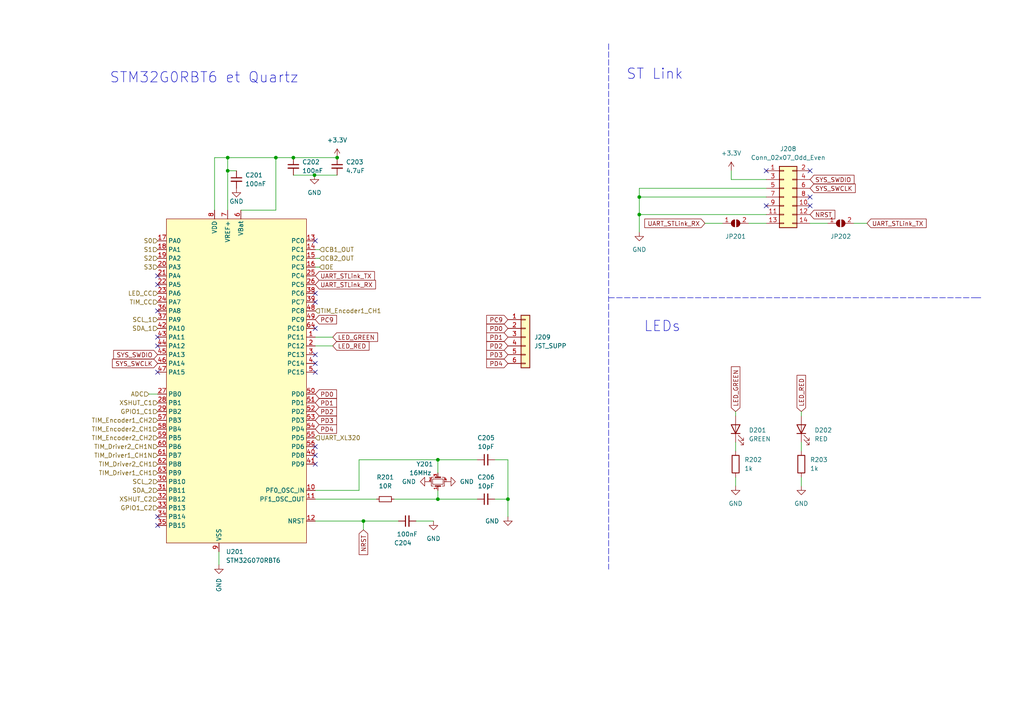
<source format=kicad_sch>
(kicad_sch (version 20211123) (generator eeschema)

  (uuid 7b79ebca-6891-4aee-baf8-57cd00b2a0ed)

  (paper "A4")

  (title_block
    (title "Schéma projet Robot")
    (date "2022-10-04")
    (rev "Version 1.1")
    (comment 1 "Chelsea COMLAN")
    (comment 2 "Alix HAVRET")
    (comment 3 "Loïcia KOEHL")
    (comment 4 "Quentin SIMON")
  )

  (lib_symbols
    (symbol "Connector_Generic:Conn_01x06" (pin_names (offset 1.016) hide) (in_bom yes) (on_board yes)
      (property "Reference" "J" (id 0) (at 0 7.62 0)
        (effects (font (size 1.27 1.27)))
      )
      (property "Value" "Conn_01x06" (id 1) (at 0 -10.16 0)
        (effects (font (size 1.27 1.27)))
      )
      (property "Footprint" "" (id 2) (at 0 0 0)
        (effects (font (size 1.27 1.27)) hide)
      )
      (property "Datasheet" "~" (id 3) (at 0 0 0)
        (effects (font (size 1.27 1.27)) hide)
      )
      (property "ki_keywords" "connector" (id 4) (at 0 0 0)
        (effects (font (size 1.27 1.27)) hide)
      )
      (property "ki_description" "Generic connector, single row, 01x06, script generated (kicad-library-utils/schlib/autogen/connector/)" (id 5) (at 0 0 0)
        (effects (font (size 1.27 1.27)) hide)
      )
      (property "ki_fp_filters" "Connector*:*_1x??_*" (id 6) (at 0 0 0)
        (effects (font (size 1.27 1.27)) hide)
      )
      (symbol "Conn_01x06_1_1"
        (rectangle (start -1.27 -7.493) (end 0 -7.747)
          (stroke (width 0.1524) (type default) (color 0 0 0 0))
          (fill (type none))
        )
        (rectangle (start -1.27 -4.953) (end 0 -5.207)
          (stroke (width 0.1524) (type default) (color 0 0 0 0))
          (fill (type none))
        )
        (rectangle (start -1.27 -2.413) (end 0 -2.667)
          (stroke (width 0.1524) (type default) (color 0 0 0 0))
          (fill (type none))
        )
        (rectangle (start -1.27 0.127) (end 0 -0.127)
          (stroke (width 0.1524) (type default) (color 0 0 0 0))
          (fill (type none))
        )
        (rectangle (start -1.27 2.667) (end 0 2.413)
          (stroke (width 0.1524) (type default) (color 0 0 0 0))
          (fill (type none))
        )
        (rectangle (start -1.27 5.207) (end 0 4.953)
          (stroke (width 0.1524) (type default) (color 0 0 0 0))
          (fill (type none))
        )
        (rectangle (start -1.27 6.35) (end 1.27 -8.89)
          (stroke (width 0.254) (type default) (color 0 0 0 0))
          (fill (type background))
        )
        (pin passive line (at -5.08 5.08 0) (length 3.81)
          (name "Pin_1" (effects (font (size 1.27 1.27))))
          (number "1" (effects (font (size 1.27 1.27))))
        )
        (pin passive line (at -5.08 2.54 0) (length 3.81)
          (name "Pin_2" (effects (font (size 1.27 1.27))))
          (number "2" (effects (font (size 1.27 1.27))))
        )
        (pin passive line (at -5.08 0 0) (length 3.81)
          (name "Pin_3" (effects (font (size 1.27 1.27))))
          (number "3" (effects (font (size 1.27 1.27))))
        )
        (pin passive line (at -5.08 -2.54 0) (length 3.81)
          (name "Pin_4" (effects (font (size 1.27 1.27))))
          (number "4" (effects (font (size 1.27 1.27))))
        )
        (pin passive line (at -5.08 -5.08 0) (length 3.81)
          (name "Pin_5" (effects (font (size 1.27 1.27))))
          (number "5" (effects (font (size 1.27 1.27))))
        )
        (pin passive line (at -5.08 -7.62 0) (length 3.81)
          (name "Pin_6" (effects (font (size 1.27 1.27))))
          (number "6" (effects (font (size 1.27 1.27))))
        )
      )
    )
    (symbol "Connector_Generic:Conn_02x07_Odd_Even" (pin_names (offset 1.016) hide) (in_bom yes) (on_board yes)
      (property "Reference" "J" (id 0) (at 1.27 10.16 0)
        (effects (font (size 1.27 1.27)))
      )
      (property "Value" "Conn_02x07_Odd_Even" (id 1) (at 1.27 -10.16 0)
        (effects (font (size 1.27 1.27)))
      )
      (property "Footprint" "" (id 2) (at 0 0 0)
        (effects (font (size 1.27 1.27)) hide)
      )
      (property "Datasheet" "~" (id 3) (at 0 0 0)
        (effects (font (size 1.27 1.27)) hide)
      )
      (property "ki_keywords" "connector" (id 4) (at 0 0 0)
        (effects (font (size 1.27 1.27)) hide)
      )
      (property "ki_description" "Generic connector, double row, 02x07, odd/even pin numbering scheme (row 1 odd numbers, row 2 even numbers), script generated (kicad-library-utils/schlib/autogen/connector/)" (id 5) (at 0 0 0)
        (effects (font (size 1.27 1.27)) hide)
      )
      (property "ki_fp_filters" "Connector*:*_2x??_*" (id 6) (at 0 0 0)
        (effects (font (size 1.27 1.27)) hide)
      )
      (symbol "Conn_02x07_Odd_Even_1_1"
        (rectangle (start -1.27 -7.493) (end 0 -7.747)
          (stroke (width 0.1524) (type default) (color 0 0 0 0))
          (fill (type none))
        )
        (rectangle (start -1.27 -4.953) (end 0 -5.207)
          (stroke (width 0.1524) (type default) (color 0 0 0 0))
          (fill (type none))
        )
        (rectangle (start -1.27 -2.413) (end 0 -2.667)
          (stroke (width 0.1524) (type default) (color 0 0 0 0))
          (fill (type none))
        )
        (rectangle (start -1.27 0.127) (end 0 -0.127)
          (stroke (width 0.1524) (type default) (color 0 0 0 0))
          (fill (type none))
        )
        (rectangle (start -1.27 2.667) (end 0 2.413)
          (stroke (width 0.1524) (type default) (color 0 0 0 0))
          (fill (type none))
        )
        (rectangle (start -1.27 5.207) (end 0 4.953)
          (stroke (width 0.1524) (type default) (color 0 0 0 0))
          (fill (type none))
        )
        (rectangle (start -1.27 7.747) (end 0 7.493)
          (stroke (width 0.1524) (type default) (color 0 0 0 0))
          (fill (type none))
        )
        (rectangle (start -1.27 8.89) (end 3.81 -8.89)
          (stroke (width 0.254) (type default) (color 0 0 0 0))
          (fill (type background))
        )
        (rectangle (start 3.81 -7.493) (end 2.54 -7.747)
          (stroke (width 0.1524) (type default) (color 0 0 0 0))
          (fill (type none))
        )
        (rectangle (start 3.81 -4.953) (end 2.54 -5.207)
          (stroke (width 0.1524) (type default) (color 0 0 0 0))
          (fill (type none))
        )
        (rectangle (start 3.81 -2.413) (end 2.54 -2.667)
          (stroke (width 0.1524) (type default) (color 0 0 0 0))
          (fill (type none))
        )
        (rectangle (start 3.81 0.127) (end 2.54 -0.127)
          (stroke (width 0.1524) (type default) (color 0 0 0 0))
          (fill (type none))
        )
        (rectangle (start 3.81 2.667) (end 2.54 2.413)
          (stroke (width 0.1524) (type default) (color 0 0 0 0))
          (fill (type none))
        )
        (rectangle (start 3.81 5.207) (end 2.54 4.953)
          (stroke (width 0.1524) (type default) (color 0 0 0 0))
          (fill (type none))
        )
        (rectangle (start 3.81 7.747) (end 2.54 7.493)
          (stroke (width 0.1524) (type default) (color 0 0 0 0))
          (fill (type none))
        )
        (pin passive line (at -5.08 7.62 0) (length 3.81)
          (name "Pin_1" (effects (font (size 1.27 1.27))))
          (number "1" (effects (font (size 1.27 1.27))))
        )
        (pin passive line (at 7.62 -2.54 180) (length 3.81)
          (name "Pin_10" (effects (font (size 1.27 1.27))))
          (number "10" (effects (font (size 1.27 1.27))))
        )
        (pin passive line (at -5.08 -5.08 0) (length 3.81)
          (name "Pin_11" (effects (font (size 1.27 1.27))))
          (number "11" (effects (font (size 1.27 1.27))))
        )
        (pin passive line (at 7.62 -5.08 180) (length 3.81)
          (name "Pin_12" (effects (font (size 1.27 1.27))))
          (number "12" (effects (font (size 1.27 1.27))))
        )
        (pin passive line (at -5.08 -7.62 0) (length 3.81)
          (name "Pin_13" (effects (font (size 1.27 1.27))))
          (number "13" (effects (font (size 1.27 1.27))))
        )
        (pin passive line (at 7.62 -7.62 180) (length 3.81)
          (name "Pin_14" (effects (font (size 1.27 1.27))))
          (number "14" (effects (font (size 1.27 1.27))))
        )
        (pin passive line (at 7.62 7.62 180) (length 3.81)
          (name "Pin_2" (effects (font (size 1.27 1.27))))
          (number "2" (effects (font (size 1.27 1.27))))
        )
        (pin passive line (at -5.08 5.08 0) (length 3.81)
          (name "Pin_3" (effects (font (size 1.27 1.27))))
          (number "3" (effects (font (size 1.27 1.27))))
        )
        (pin passive line (at 7.62 5.08 180) (length 3.81)
          (name "Pin_4" (effects (font (size 1.27 1.27))))
          (number "4" (effects (font (size 1.27 1.27))))
        )
        (pin passive line (at -5.08 2.54 0) (length 3.81)
          (name "Pin_5" (effects (font (size 1.27 1.27))))
          (number "5" (effects (font (size 1.27 1.27))))
        )
        (pin passive line (at 7.62 2.54 180) (length 3.81)
          (name "Pin_6" (effects (font (size 1.27 1.27))))
          (number "6" (effects (font (size 1.27 1.27))))
        )
        (pin passive line (at -5.08 0 0) (length 3.81)
          (name "Pin_7" (effects (font (size 1.27 1.27))))
          (number "7" (effects (font (size 1.27 1.27))))
        )
        (pin passive line (at 7.62 0 180) (length 3.81)
          (name "Pin_8" (effects (font (size 1.27 1.27))))
          (number "8" (effects (font (size 1.27 1.27))))
        )
        (pin passive line (at -5.08 -2.54 0) (length 3.81)
          (name "Pin_9" (effects (font (size 1.27 1.27))))
          (number "9" (effects (font (size 1.27 1.27))))
        )
      )
    )
    (symbol "Device:C_Small" (pin_numbers hide) (pin_names (offset 0.254) hide) (in_bom yes) (on_board yes)
      (property "Reference" "C" (id 0) (at 0.254 1.778 0)
        (effects (font (size 1.27 1.27)) (justify left))
      )
      (property "Value" "C_Small" (id 1) (at 0.254 -2.032 0)
        (effects (font (size 1.27 1.27)) (justify left))
      )
      (property "Footprint" "" (id 2) (at 0 0 0)
        (effects (font (size 1.27 1.27)) hide)
      )
      (property "Datasheet" "~" (id 3) (at 0 0 0)
        (effects (font (size 1.27 1.27)) hide)
      )
      (property "ki_keywords" "capacitor cap" (id 4) (at 0 0 0)
        (effects (font (size 1.27 1.27)) hide)
      )
      (property "ki_description" "Unpolarized capacitor, small symbol" (id 5) (at 0 0 0)
        (effects (font (size 1.27 1.27)) hide)
      )
      (property "ki_fp_filters" "C_*" (id 6) (at 0 0 0)
        (effects (font (size 1.27 1.27)) hide)
      )
      (symbol "C_Small_0_1"
        (polyline
          (pts
            (xy -1.524 -0.508)
            (xy 1.524 -0.508)
          )
          (stroke (width 0.3302) (type default) (color 0 0 0 0))
          (fill (type none))
        )
        (polyline
          (pts
            (xy -1.524 0.508)
            (xy 1.524 0.508)
          )
          (stroke (width 0.3048) (type default) (color 0 0 0 0))
          (fill (type none))
        )
      )
      (symbol "C_Small_1_1"
        (pin passive line (at 0 2.54 270) (length 2.032)
          (name "~" (effects (font (size 1.27 1.27))))
          (number "1" (effects (font (size 1.27 1.27))))
        )
        (pin passive line (at 0 -2.54 90) (length 2.032)
          (name "~" (effects (font (size 1.27 1.27))))
          (number "2" (effects (font (size 1.27 1.27))))
        )
      )
    )
    (symbol "Device:Crystal_GND24_Small" (pin_names (offset 1.016) hide) (in_bom yes) (on_board yes)
      (property "Reference" "Y" (id 0) (at 1.27 4.445 0)
        (effects (font (size 1.27 1.27)) (justify left))
      )
      (property "Value" "Crystal_GND24_Small" (id 1) (at 1.27 2.54 0)
        (effects (font (size 1.27 1.27)) (justify left))
      )
      (property "Footprint" "" (id 2) (at 0 0 0)
        (effects (font (size 1.27 1.27)) hide)
      )
      (property "Datasheet" "~" (id 3) (at 0 0 0)
        (effects (font (size 1.27 1.27)) hide)
      )
      (property "ki_keywords" "quartz ceramic resonator oscillator" (id 4) (at 0 0 0)
        (effects (font (size 1.27 1.27)) hide)
      )
      (property "ki_description" "Four pin crystal, GND on pins 2 and 4, small symbol" (id 5) (at 0 0 0)
        (effects (font (size 1.27 1.27)) hide)
      )
      (property "ki_fp_filters" "Crystal*" (id 6) (at 0 0 0)
        (effects (font (size 1.27 1.27)) hide)
      )
      (symbol "Crystal_GND24_Small_0_1"
        (rectangle (start -0.762 -1.524) (end 0.762 1.524)
          (stroke (width 0) (type default) (color 0 0 0 0))
          (fill (type none))
        )
        (polyline
          (pts
            (xy -1.27 -0.762)
            (xy -1.27 0.762)
          )
          (stroke (width 0.381) (type default) (color 0 0 0 0))
          (fill (type none))
        )
        (polyline
          (pts
            (xy 1.27 -0.762)
            (xy 1.27 0.762)
          )
          (stroke (width 0.381) (type default) (color 0 0 0 0))
          (fill (type none))
        )
        (polyline
          (pts
            (xy -1.27 -1.27)
            (xy -1.27 -1.905)
            (xy 1.27 -1.905)
            (xy 1.27 -1.27)
          )
          (stroke (width 0) (type default) (color 0 0 0 0))
          (fill (type none))
        )
        (polyline
          (pts
            (xy -1.27 1.27)
            (xy -1.27 1.905)
            (xy 1.27 1.905)
            (xy 1.27 1.27)
          )
          (stroke (width 0) (type default) (color 0 0 0 0))
          (fill (type none))
        )
      )
      (symbol "Crystal_GND24_Small_1_1"
        (pin passive line (at -2.54 0 0) (length 1.27)
          (name "1" (effects (font (size 1.27 1.27))))
          (number "1" (effects (font (size 0.762 0.762))))
        )
        (pin passive line (at 0 -2.54 90) (length 0.635)
          (name "2" (effects (font (size 1.27 1.27))))
          (number "2" (effects (font (size 0.762 0.762))))
        )
        (pin passive line (at 2.54 0 180) (length 1.27)
          (name "3" (effects (font (size 1.27 1.27))))
          (number "3" (effects (font (size 0.762 0.762))))
        )
        (pin passive line (at 0 2.54 270) (length 0.635)
          (name "4" (effects (font (size 1.27 1.27))))
          (number "4" (effects (font (size 0.762 0.762))))
        )
      )
    )
    (symbol "Device:LED" (pin_numbers hide) (pin_names (offset 1.016) hide) (in_bom yes) (on_board yes)
      (property "Reference" "D" (id 0) (at 0 2.54 0)
        (effects (font (size 1.27 1.27)))
      )
      (property "Value" "LED" (id 1) (at 0 -2.54 0)
        (effects (font (size 1.27 1.27)))
      )
      (property "Footprint" "" (id 2) (at 0 0 0)
        (effects (font (size 1.27 1.27)) hide)
      )
      (property "Datasheet" "~" (id 3) (at 0 0 0)
        (effects (font (size 1.27 1.27)) hide)
      )
      (property "ki_keywords" "LED diode" (id 4) (at 0 0 0)
        (effects (font (size 1.27 1.27)) hide)
      )
      (property "ki_description" "Light emitting diode" (id 5) (at 0 0 0)
        (effects (font (size 1.27 1.27)) hide)
      )
      (property "ki_fp_filters" "LED* LED_SMD:* LED_THT:*" (id 6) (at 0 0 0)
        (effects (font (size 1.27 1.27)) hide)
      )
      (symbol "LED_0_1"
        (polyline
          (pts
            (xy -1.27 -1.27)
            (xy -1.27 1.27)
          )
          (stroke (width 0.254) (type default) (color 0 0 0 0))
          (fill (type none))
        )
        (polyline
          (pts
            (xy -1.27 0)
            (xy 1.27 0)
          )
          (stroke (width 0) (type default) (color 0 0 0 0))
          (fill (type none))
        )
        (polyline
          (pts
            (xy 1.27 -1.27)
            (xy 1.27 1.27)
            (xy -1.27 0)
            (xy 1.27 -1.27)
          )
          (stroke (width 0.254) (type default) (color 0 0 0 0))
          (fill (type none))
        )
        (polyline
          (pts
            (xy -3.048 -0.762)
            (xy -4.572 -2.286)
            (xy -3.81 -2.286)
            (xy -4.572 -2.286)
            (xy -4.572 -1.524)
          )
          (stroke (width 0) (type default) (color 0 0 0 0))
          (fill (type none))
        )
        (polyline
          (pts
            (xy -1.778 -0.762)
            (xy -3.302 -2.286)
            (xy -2.54 -2.286)
            (xy -3.302 -2.286)
            (xy -3.302 -1.524)
          )
          (stroke (width 0) (type default) (color 0 0 0 0))
          (fill (type none))
        )
      )
      (symbol "LED_1_1"
        (pin passive line (at -3.81 0 0) (length 2.54)
          (name "K" (effects (font (size 1.27 1.27))))
          (number "1" (effects (font (size 1.27 1.27))))
        )
        (pin passive line (at 3.81 0 180) (length 2.54)
          (name "A" (effects (font (size 1.27 1.27))))
          (number "2" (effects (font (size 1.27 1.27))))
        )
      )
    )
    (symbol "Device:R" (pin_numbers hide) (pin_names (offset 0)) (in_bom yes) (on_board yes)
      (property "Reference" "R" (id 0) (at 2.032 0 90)
        (effects (font (size 1.27 1.27)))
      )
      (property "Value" "R" (id 1) (at 0 0 90)
        (effects (font (size 1.27 1.27)))
      )
      (property "Footprint" "" (id 2) (at -1.778 0 90)
        (effects (font (size 1.27 1.27)) hide)
      )
      (property "Datasheet" "~" (id 3) (at 0 0 0)
        (effects (font (size 1.27 1.27)) hide)
      )
      (property "ki_keywords" "R res resistor" (id 4) (at 0 0 0)
        (effects (font (size 1.27 1.27)) hide)
      )
      (property "ki_description" "Resistor" (id 5) (at 0 0 0)
        (effects (font (size 1.27 1.27)) hide)
      )
      (property "ki_fp_filters" "R_*" (id 6) (at 0 0 0)
        (effects (font (size 1.27 1.27)) hide)
      )
      (symbol "R_0_1"
        (rectangle (start -1.016 -2.54) (end 1.016 2.54)
          (stroke (width 0.254) (type default) (color 0 0 0 0))
          (fill (type none))
        )
      )
      (symbol "R_1_1"
        (pin passive line (at 0 3.81 270) (length 1.27)
          (name "~" (effects (font (size 1.27 1.27))))
          (number "1" (effects (font (size 1.27 1.27))))
        )
        (pin passive line (at 0 -3.81 90) (length 1.27)
          (name "~" (effects (font (size 1.27 1.27))))
          (number "2" (effects (font (size 1.27 1.27))))
        )
      )
    )
    (symbol "Device:R_Small" (pin_numbers hide) (pin_names (offset 0.254) hide) (in_bom yes) (on_board yes)
      (property "Reference" "R" (id 0) (at 0.762 0.508 0)
        (effects (font (size 1.27 1.27)) (justify left))
      )
      (property "Value" "R_Small" (id 1) (at 0.762 -1.016 0)
        (effects (font (size 1.27 1.27)) (justify left))
      )
      (property "Footprint" "" (id 2) (at 0 0 0)
        (effects (font (size 1.27 1.27)) hide)
      )
      (property "Datasheet" "~" (id 3) (at 0 0 0)
        (effects (font (size 1.27 1.27)) hide)
      )
      (property "ki_keywords" "R resistor" (id 4) (at 0 0 0)
        (effects (font (size 1.27 1.27)) hide)
      )
      (property "ki_description" "Resistor, small symbol" (id 5) (at 0 0 0)
        (effects (font (size 1.27 1.27)) hide)
      )
      (property "ki_fp_filters" "R_*" (id 6) (at 0 0 0)
        (effects (font (size 1.27 1.27)) hide)
      )
      (symbol "R_Small_0_1"
        (rectangle (start -0.762 1.778) (end 0.762 -1.778)
          (stroke (width 0.2032) (type default) (color 0 0 0 0))
          (fill (type none))
        )
      )
      (symbol "R_Small_1_1"
        (pin passive line (at 0 2.54 270) (length 0.762)
          (name "~" (effects (font (size 1.27 1.27))))
          (number "1" (effects (font (size 1.27 1.27))))
        )
        (pin passive line (at 0 -2.54 90) (length 0.762)
          (name "~" (effects (font (size 1.27 1.27))))
          (number "2" (effects (font (size 1.27 1.27))))
        )
      )
    )
    (symbol "Jumper:SolderJumper_2_Open" (pin_names (offset 0) hide) (in_bom yes) (on_board yes)
      (property "Reference" "JP" (id 0) (at 0 2.032 0)
        (effects (font (size 1.27 1.27)))
      )
      (property "Value" "SolderJumper_2_Open" (id 1) (at 0 -2.54 0)
        (effects (font (size 1.27 1.27)))
      )
      (property "Footprint" "" (id 2) (at 0 0 0)
        (effects (font (size 1.27 1.27)) hide)
      )
      (property "Datasheet" "~" (id 3) (at 0 0 0)
        (effects (font (size 1.27 1.27)) hide)
      )
      (property "ki_keywords" "solder jumper SPST" (id 4) (at 0 0 0)
        (effects (font (size 1.27 1.27)) hide)
      )
      (property "ki_description" "Solder Jumper, 2-pole, open" (id 5) (at 0 0 0)
        (effects (font (size 1.27 1.27)) hide)
      )
      (property "ki_fp_filters" "SolderJumper*Open*" (id 6) (at 0 0 0)
        (effects (font (size 1.27 1.27)) hide)
      )
      (symbol "SolderJumper_2_Open_0_1"
        (arc (start -0.254 1.016) (mid -1.27 0) (end -0.254 -1.016)
          (stroke (width 0) (type default) (color 0 0 0 0))
          (fill (type none))
        )
        (arc (start -0.254 1.016) (mid -1.27 0) (end -0.254 -1.016)
          (stroke (width 0) (type default) (color 0 0 0 0))
          (fill (type outline))
        )
        (polyline
          (pts
            (xy -0.254 1.016)
            (xy -0.254 -1.016)
          )
          (stroke (width 0) (type default) (color 0 0 0 0))
          (fill (type none))
        )
        (polyline
          (pts
            (xy 0.254 1.016)
            (xy 0.254 -1.016)
          )
          (stroke (width 0) (type default) (color 0 0 0 0))
          (fill (type none))
        )
        (arc (start 0.254 -1.016) (mid 1.27 0) (end 0.254 1.016)
          (stroke (width 0) (type default) (color 0 0 0 0))
          (fill (type none))
        )
        (arc (start 0.254 -1.016) (mid 1.27 0) (end 0.254 1.016)
          (stroke (width 0) (type default) (color 0 0 0 0))
          (fill (type outline))
        )
      )
      (symbol "SolderJumper_2_Open_1_1"
        (pin passive line (at -3.81 0 0) (length 2.54)
          (name "A" (effects (font (size 1.27 1.27))))
          (number "1" (effects (font (size 1.27 1.27))))
        )
        (pin passive line (at 3.81 0 180) (length 2.54)
          (name "B" (effects (font (size 1.27 1.27))))
          (number "2" (effects (font (size 1.27 1.27))))
        )
      )
    )
    (symbol "STM32G070RBT6:STM32G070RBT6" (in_bom yes) (on_board yes)
      (property "Reference" "U" (id 0) (at -57.15 -24.13 0)
        (effects (font (size 1.27 1.27)))
      )
      (property "Value" "STM32G070RBT6" (id 1) (at -63.5 -21.59 0)
        (effects (font (size 1.27 1.27)))
      )
      (property "Footprint" "" (id 2) (at 0 0 0)
        (effects (font (size 1.27 1.27)) hide)
      )
      (property "Datasheet" "" (id 3) (at 0 0 0)
        (effects (font (size 1.27 1.27)) hide)
      )
      (symbol "STM32G070RBT6_0_1"
        (rectangle (start -100.33 -24.13) (end -59.69 -118.11)
          (stroke (width 0) (type default) (color 0 0 0 0))
          (fill (type background))
        )
      )
      (symbol "STM32G070RBT6_1_1"
        (pin bidirectional line (at -57.15 -58.42 180) (length 2.54)
          (name "PC11" (effects (font (size 1.27 1.27))))
          (number "1" (effects (font (size 1.27 1.27))))
        )
        (pin bidirectional line (at -57.15 -102.87 180) (length 2.54)
          (name "PF0_OSC_IN" (effects (font (size 1.27 1.27))))
          (number "10" (effects (font (size 1.27 1.27))))
        )
        (pin bidirectional line (at -57.15 -105.41 180) (length 2.54)
          (name "PF1_OSC_OUT" (effects (font (size 1.27 1.27))))
          (number "11" (effects (font (size 1.27 1.27))))
        )
        (pin power_in line (at -57.15 -111.76 180) (length 2.54)
          (name "NRST" (effects (font (size 1.27 1.27))))
          (number "12" (effects (font (size 1.27 1.27))))
        )
        (pin bidirectional line (at -57.15 -30.48 180) (length 2.54)
          (name "PC0" (effects (font (size 1.27 1.27))))
          (number "13" (effects (font (size 1.27 1.27))))
        )
        (pin bidirectional line (at -57.15 -33.02 180) (length 2.54)
          (name "PC1" (effects (font (size 1.27 1.27))))
          (number "14" (effects (font (size 1.27 1.27))))
        )
        (pin bidirectional line (at -57.15 -35.56 180) (length 2.54)
          (name "PC2" (effects (font (size 1.27 1.27))))
          (number "15" (effects (font (size 1.27 1.27))))
        )
        (pin bidirectional line (at -57.15 -38.1 180) (length 2.54)
          (name "PC3" (effects (font (size 1.27 1.27))))
          (number "16" (effects (font (size 1.27 1.27))))
        )
        (pin bidirectional line (at -102.87 -30.48 0) (length 2.54)
          (name "PA0" (effects (font (size 1.27 1.27))))
          (number "17" (effects (font (size 1.27 1.27))))
        )
        (pin bidirectional line (at -102.87 -33.02 0) (length 2.54)
          (name "PA1" (effects (font (size 1.27 1.27))))
          (number "18" (effects (font (size 1.27 1.27))))
        )
        (pin bidirectional line (at -102.87 -35.56 0) (length 2.54)
          (name "PA2" (effects (font (size 1.27 1.27))))
          (number "19" (effects (font (size 1.27 1.27))))
        )
        (pin bidirectional line (at -57.15 -60.96 180) (length 2.54)
          (name "PC12" (effects (font (size 1.27 1.27))))
          (number "2" (effects (font (size 1.27 1.27))))
        )
        (pin bidirectional line (at -102.87 -38.1 0) (length 2.54)
          (name "PA3" (effects (font (size 1.27 1.27))))
          (number "20" (effects (font (size 1.27 1.27))))
        )
        (pin bidirectional line (at -102.87 -40.64 0) (length 2.54)
          (name "PA4" (effects (font (size 1.27 1.27))))
          (number "21" (effects (font (size 1.27 1.27))))
        )
        (pin bidirectional line (at -102.87 -43.18 0) (length 2.54)
          (name "PA5" (effects (font (size 1.27 1.27))))
          (number "22" (effects (font (size 1.27 1.27))))
        )
        (pin bidirectional line (at -102.87 -45.72 0) (length 2.54)
          (name "PA6" (effects (font (size 1.27 1.27))))
          (number "23" (effects (font (size 1.27 1.27))))
        )
        (pin bidirectional line (at -102.87 -48.26 0) (length 2.54)
          (name "PA7" (effects (font (size 1.27 1.27))))
          (number "24" (effects (font (size 1.27 1.27))))
        )
        (pin bidirectional line (at -57.15 -40.64 180) (length 2.54)
          (name "PC4" (effects (font (size 1.27 1.27))))
          (number "25" (effects (font (size 1.27 1.27))))
        )
        (pin bidirectional line (at -57.15 -43.18 180) (length 2.54)
          (name "PC5" (effects (font (size 1.27 1.27))))
          (number "26" (effects (font (size 1.27 1.27))))
        )
        (pin bidirectional line (at -102.87 -74.93 0) (length 2.54)
          (name "PB0" (effects (font (size 1.27 1.27))))
          (number "27" (effects (font (size 1.27 1.27))))
        )
        (pin bidirectional line (at -102.87 -77.47 0) (length 2.54)
          (name "PB1" (effects (font (size 1.27 1.27))))
          (number "28" (effects (font (size 1.27 1.27))))
        )
        (pin bidirectional line (at -102.87 -80.01 0) (length 2.54)
          (name "PB2" (effects (font (size 1.27 1.27))))
          (number "29" (effects (font (size 1.27 1.27))))
        )
        (pin bidirectional line (at -57.15 -63.5 180) (length 2.54)
          (name "PC13" (effects (font (size 1.27 1.27))))
          (number "3" (effects (font (size 1.27 1.27))))
        )
        (pin bidirectional line (at -102.87 -100.33 0) (length 2.54)
          (name "PB10" (effects (font (size 1.27 1.27))))
          (number "30" (effects (font (size 1.27 1.27))))
        )
        (pin bidirectional line (at -102.87 -102.87 0) (length 2.54)
          (name "PB11" (effects (font (size 1.27 1.27))))
          (number "31" (effects (font (size 1.27 1.27))))
        )
        (pin bidirectional line (at -102.87 -105.41 0) (length 2.54)
          (name "PB12" (effects (font (size 1.27 1.27))))
          (number "32" (effects (font (size 1.27 1.27))))
        )
        (pin bidirectional line (at -102.87 -107.95 0) (length 2.54)
          (name "PB13" (effects (font (size 1.27 1.27))))
          (number "33" (effects (font (size 1.27 1.27))))
        )
        (pin bidirectional line (at -102.87 -110.49 0) (length 2.54)
          (name "PB14" (effects (font (size 1.27 1.27))))
          (number "34" (effects (font (size 1.27 1.27))))
        )
        (pin bidirectional line (at -102.87 -113.03 0) (length 2.54)
          (name "PB15" (effects (font (size 1.27 1.27))))
          (number "35" (effects (font (size 1.27 1.27))))
        )
        (pin bidirectional line (at -102.87 -50.8 0) (length 2.54)
          (name "PA8" (effects (font (size 1.27 1.27))))
          (number "36" (effects (font (size 1.27 1.27))))
        )
        (pin bidirectional line (at -102.87 -53.34 0) (length 2.54)
          (name "PA9" (effects (font (size 1.27 1.27))))
          (number "37" (effects (font (size 1.27 1.27))))
        )
        (pin bidirectional line (at -57.15 -45.72 180) (length 2.54)
          (name "PC6" (effects (font (size 1.27 1.27))))
          (number "38" (effects (font (size 1.27 1.27))))
        )
        (pin bidirectional line (at -57.15 -48.26 180) (length 2.54)
          (name "PC7" (effects (font (size 1.27 1.27))))
          (number "39" (effects (font (size 1.27 1.27))))
        )
        (pin bidirectional line (at -57.15 -66.04 180) (length 2.54)
          (name "PC14" (effects (font (size 1.27 1.27))))
          (number "4" (effects (font (size 1.27 1.27))))
        )
        (pin bidirectional line (at -57.15 -92.71 180) (length 2.54)
          (name "PD8" (effects (font (size 1.27 1.27))))
          (number "40" (effects (font (size 1.27 1.27))))
        )
        (pin bidirectional line (at -57.15 -95.25 180) (length 2.54)
          (name "PD9" (effects (font (size 1.27 1.27))))
          (number "41" (effects (font (size 1.27 1.27))))
        )
        (pin bidirectional line (at -102.87 -55.88 0) (length 2.54)
          (name "PA10" (effects (font (size 1.27 1.27))))
          (number "42" (effects (font (size 1.27 1.27))))
        )
        (pin bidirectional line (at -102.87 -58.42 0) (length 2.54)
          (name "PA11" (effects (font (size 1.27 1.27))))
          (number "43" (effects (font (size 1.27 1.27))))
        )
        (pin bidirectional line (at -102.87 -60.96 0) (length 2.54)
          (name "PA12" (effects (font (size 1.27 1.27))))
          (number "44" (effects (font (size 1.27 1.27))))
        )
        (pin bidirectional line (at -102.87 -63.5 0) (length 2.54)
          (name "PA13" (effects (font (size 1.27 1.27))))
          (number "45" (effects (font (size 1.27 1.27))))
        )
        (pin bidirectional line (at -102.87 -66.04 0) (length 2.54)
          (name "PA14" (effects (font (size 1.27 1.27))))
          (number "46" (effects (font (size 1.27 1.27))))
        )
        (pin bidirectional line (at -102.87 -68.58 0) (length 2.54)
          (name "PA15" (effects (font (size 1.27 1.27))))
          (number "47" (effects (font (size 1.27 1.27))))
        )
        (pin bidirectional line (at -57.15 -50.8 180) (length 2.54)
          (name "PC8" (effects (font (size 1.27 1.27))))
          (number "48" (effects (font (size 1.27 1.27))))
        )
        (pin bidirectional line (at -57.15 -53.34 180) (length 2.54)
          (name "PC9" (effects (font (size 1.27 1.27))))
          (number "49" (effects (font (size 1.27 1.27))))
        )
        (pin bidirectional line (at -57.15 -68.58 180) (length 2.54)
          (name "PC15" (effects (font (size 1.27 1.27))))
          (number "5" (effects (font (size 1.27 1.27))))
        )
        (pin bidirectional line (at -57.15 -74.93 180) (length 2.54)
          (name "PD0" (effects (font (size 1.27 1.27))))
          (number "50" (effects (font (size 1.27 1.27))))
        )
        (pin bidirectional line (at -57.15 -77.47 180) (length 2.54)
          (name "PD1" (effects (font (size 1.27 1.27))))
          (number "51" (effects (font (size 1.27 1.27))))
        )
        (pin bidirectional line (at -57.15 -80.01 180) (length 2.54)
          (name "PD2" (effects (font (size 1.27 1.27))))
          (number "52" (effects (font (size 1.27 1.27))))
        )
        (pin bidirectional line (at -57.15 -82.55 180) (length 2.54)
          (name "PD3" (effects (font (size 1.27 1.27))))
          (number "53" (effects (font (size 1.27 1.27))))
        )
        (pin bidirectional line (at -57.15 -85.09 180) (length 2.54)
          (name "PD4" (effects (font (size 1.27 1.27))))
          (number "54" (effects (font (size 1.27 1.27))))
        )
        (pin bidirectional line (at -57.15 -87.63 180) (length 2.54)
          (name "PD5" (effects (font (size 1.27 1.27))))
          (number "55" (effects (font (size 1.27 1.27))))
        )
        (pin bidirectional line (at -57.15 -90.17 180) (length 2.54)
          (name "PD6" (effects (font (size 1.27 1.27))))
          (number "56" (effects (font (size 1.27 1.27))))
        )
        (pin bidirectional line (at -102.87 -82.55 0) (length 2.54)
          (name "PB3" (effects (font (size 1.27 1.27))))
          (number "57" (effects (font (size 1.27 1.27))))
        )
        (pin bidirectional line (at -102.87 -85.09 0) (length 2.54)
          (name "PB4" (effects (font (size 1.27 1.27))))
          (number "58" (effects (font (size 1.27 1.27))))
        )
        (pin bidirectional line (at -102.87 -87.63 0) (length 2.54)
          (name "PB5" (effects (font (size 1.27 1.27))))
          (number "59" (effects (font (size 1.27 1.27))))
        )
        (pin power_in line (at -78.74 -21.59 270) (length 2.54)
          (name "VBat" (effects (font (size 1.27 1.27))))
          (number "6" (effects (font (size 1.27 1.27))))
        )
        (pin bidirectional line (at -102.87 -90.17 0) (length 2.54)
          (name "PB6" (effects (font (size 1.27 1.27))))
          (number "60" (effects (font (size 1.27 1.27))))
        )
        (pin bidirectional line (at -102.87 -92.71 0) (length 2.54)
          (name "PB7" (effects (font (size 1.27 1.27))))
          (number "61" (effects (font (size 1.27 1.27))))
        )
        (pin bidirectional line (at -102.87 -95.25 0) (length 2.54)
          (name "PB8" (effects (font (size 1.27 1.27))))
          (number "62" (effects (font (size 1.27 1.27))))
        )
        (pin bidirectional line (at -102.87 -97.79 0) (length 2.54)
          (name "PB9" (effects (font (size 1.27 1.27))))
          (number "63" (effects (font (size 1.27 1.27))))
        )
        (pin bidirectional line (at -57.15 -55.88 180) (length 2.54)
          (name "PC10" (effects (font (size 1.27 1.27))))
          (number "64" (effects (font (size 1.27 1.27))))
        )
        (pin power_in line (at -82.55 -21.59 270) (length 2.54)
          (name "VREF+" (effects (font (size 1.27 1.27))))
          (number "7" (effects (font (size 1.27 1.27))))
        )
        (pin power_in line (at -86.36 -21.59 270) (length 2.54)
          (name "VDD" (effects (font (size 1.27 1.27))))
          (number "8" (effects (font (size 1.27 1.27))))
        )
        (pin power_in line (at -85.09 -120.65 90) (length 2.54)
          (name "VSS" (effects (font (size 1.27 1.27))))
          (number "9" (effects (font (size 1.27 1.27))))
        )
      )
    )
    (symbol "power:+3.3V" (power) (pin_names (offset 0)) (in_bom yes) (on_board yes)
      (property "Reference" "#PWR" (id 0) (at 0 -3.81 0)
        (effects (font (size 1.27 1.27)) hide)
      )
      (property "Value" "+3.3V" (id 1) (at 0 3.556 0)
        (effects (font (size 1.27 1.27)))
      )
      (property "Footprint" "" (id 2) (at 0 0 0)
        (effects (font (size 1.27 1.27)) hide)
      )
      (property "Datasheet" "" (id 3) (at 0 0 0)
        (effects (font (size 1.27 1.27)) hide)
      )
      (property "ki_keywords" "power-flag" (id 4) (at 0 0 0)
        (effects (font (size 1.27 1.27)) hide)
      )
      (property "ki_description" "Power symbol creates a global label with name \"+3.3V\"" (id 5) (at 0 0 0)
        (effects (font (size 1.27 1.27)) hide)
      )
      (symbol "+3.3V_0_1"
        (polyline
          (pts
            (xy -0.762 1.27)
            (xy 0 2.54)
          )
          (stroke (width 0) (type default) (color 0 0 0 0))
          (fill (type none))
        )
        (polyline
          (pts
            (xy 0 0)
            (xy 0 2.54)
          )
          (stroke (width 0) (type default) (color 0 0 0 0))
          (fill (type none))
        )
        (polyline
          (pts
            (xy 0 2.54)
            (xy 0.762 1.27)
          )
          (stroke (width 0) (type default) (color 0 0 0 0))
          (fill (type none))
        )
      )
      (symbol "+3.3V_1_1"
        (pin power_in line (at 0 0 90) (length 0) hide
          (name "+3.3V" (effects (font (size 1.27 1.27))))
          (number "1" (effects (font (size 1.27 1.27))))
        )
      )
    )
    (symbol "power:GND" (power) (pin_names (offset 0)) (in_bom yes) (on_board yes)
      (property "Reference" "#PWR" (id 0) (at 0 -6.35 0)
        (effects (font (size 1.27 1.27)) hide)
      )
      (property "Value" "GND" (id 1) (at 0 -3.81 0)
        (effects (font (size 1.27 1.27)))
      )
      (property "Footprint" "" (id 2) (at 0 0 0)
        (effects (font (size 1.27 1.27)) hide)
      )
      (property "Datasheet" "" (id 3) (at 0 0 0)
        (effects (font (size 1.27 1.27)) hide)
      )
      (property "ki_keywords" "power-flag" (id 4) (at 0 0 0)
        (effects (font (size 1.27 1.27)) hide)
      )
      (property "ki_description" "Power symbol creates a global label with name \"GND\" , ground" (id 5) (at 0 0 0)
        (effects (font (size 1.27 1.27)) hide)
      )
      (symbol "GND_0_1"
        (polyline
          (pts
            (xy 0 0)
            (xy 0 -1.27)
            (xy 1.27 -1.27)
            (xy 0 -2.54)
            (xy -1.27 -1.27)
            (xy 0 -1.27)
          )
          (stroke (width 0) (type default) (color 0 0 0 0))
          (fill (type none))
        )
      )
      (symbol "GND_1_1"
        (pin power_in line (at 0 0 270) (length 0) hide
          (name "GND" (effects (font (size 1.27 1.27))))
          (number "1" (effects (font (size 1.27 1.27))))
        )
      )
    )
  )


  (junction (at 66.04 45.72) (diameter 0) (color 0 0 0 0)
    (uuid 03e0405e-e6ae-4083-a1e3-4fc1f23623ab)
  )
  (junction (at 85.09 45.72) (diameter 0) (color 0 0 0 0)
    (uuid 086f4af2-095d-4451-9c9f-513f0fe6a517)
  )
  (junction (at 97.79 45.72) (diameter 0) (color 0 0 0 0)
    (uuid 15b61444-8e02-431a-8f3d-5efce78756df)
  )
  (junction (at 80.01 45.72) (diameter 0) (color 0 0 0 0)
    (uuid 44b6b8b4-b60d-4f26-a823-6877ddb35e26)
  )
  (junction (at 66.04 49.53) (diameter 0) (color 0 0 0 0)
    (uuid 5608d5c4-3a85-4359-bcb5-b78f14f9e782)
  )
  (junction (at 127 133.35) (diameter 0) (color 0 0 0 0)
    (uuid 70b2373a-2947-4e38-8853-ed60bc37f60d)
  )
  (junction (at 105.41 151.13) (diameter 0) (color 0 0 0 0)
    (uuid 90b7bb42-446d-45b5-a4b8-59dde903f2f4)
  )
  (junction (at 147.32 144.78) (diameter 0) (color 0 0 0 0)
    (uuid 9e352619-499c-4ad5-b12e-bf7c21f8447c)
  )
  (junction (at 185.42 57.15) (diameter 0) (color 0 0 0 0)
    (uuid 9e711145-0faa-4da4-972c-ec849925985d)
  )
  (junction (at 127 144.78) (diameter 0) (color 0 0 0 0)
    (uuid c49d7002-8f13-4b51-ad02-49258a91d0fb)
  )
  (junction (at 91.2142 50.8) (diameter 0) (color 0 0 0 0)
    (uuid ca46e790-a599-4914-aabe-3984904ab160)
  )
  (junction (at 185.42 62.23) (diameter 0) (color 0 0 0 0)
    (uuid ebbed830-6646-4919-b26a-c6fd3eb93922)
  )

  (no_connect (at 91.44 134.62) (uuid 171f83f9-7de5-4c21-b032-ac217ac04724))
  (no_connect (at 91.44 132.08) (uuid 171f83f9-7de5-4c21-b032-ac217ac04725))
  (no_connect (at 91.44 85.09) (uuid 171f83f9-7de5-4c21-b032-ac217ac04726))
  (no_connect (at 91.44 87.63) (uuid 171f83f9-7de5-4c21-b032-ac217ac04727))
  (no_connect (at 222.25 49.53) (uuid 2307e64a-12b1-4463-9064-184e60e0ce76))
  (no_connect (at 45.72 97.79) (uuid 2d10b977-f85f-4704-b8cd-b8323142b62f))
  (no_connect (at 91.44 129.54) (uuid 2dfc529e-29fe-48dd-a6d9-4212595a3b2e))
  (no_connect (at 91.44 107.95) (uuid 4dbb1eea-1334-4a8a-9026-c3bd1a728f54))
  (no_connect (at 45.72 82.55) (uuid 55647796-b5e2-4c63-a373-68c8b43d8c4d))
  (no_connect (at 234.95 49.53) (uuid 5b3b9f3b-fe92-46e0-8907-a42ae4506120))
  (no_connect (at 234.95 59.69) (uuid 5b3b9f3b-fe92-46e0-8907-a42ae4506121))
  (no_connect (at 45.72 90.17) (uuid 670bcb76-5a46-475e-a25e-f52e5093278c))
  (no_connect (at 91.44 95.25) (uuid 83ae50aa-4cb8-408c-b43d-4a889b0d799c))
  (no_connect (at 234.95 57.15) (uuid 8c22dfb8-3dec-4160-add5-bb9148ecb1d3))
  (no_connect (at 45.72 80.01) (uuid 8ca0b789-8dc3-4b2f-9dd0-ca15a6580cd8))
  (no_connect (at 91.44 102.87) (uuid 9ff31c41-5626-4d98-815d-8749fc82d542))
  (no_connect (at 91.44 105.41) (uuid 9ff31c41-5626-4d98-815d-8749fc82d543))
  (no_connect (at 91.44 69.85) (uuid a7493554-c52f-4da3-a709-4197509b5282))
  (no_connect (at 222.25 59.69) (uuid b7ee4f87-6e05-4321-a7d1-e0c707215e52))
  (no_connect (at 45.72 149.86) (uuid c4c47431-af7f-4098-89b1-2d347c0b3c70))
  (no_connect (at 45.72 152.4) (uuid ce3cc9f1-d5b7-4852-8152-16f70adce43e))
  (no_connect (at 45.72 100.33) (uuid ce3cf256-dfe0-4f9d-964d-fa3b6b846224))
  (no_connect (at 45.72 107.95) (uuid dd65edf3-229e-41e9-b80c-0351e7d1b64e))

  (wire (pts (xy 127 142.24) (xy 127 144.78))
    (stroke (width 0) (type default) (color 0 0 0 0))
    (uuid 00206f52-cc57-4401-ad5d-9b3fb97e3766)
  )
  (wire (pts (xy 234.95 64.77) (xy 240.03 64.77))
    (stroke (width 0) (type default) (color 0 0 0 0))
    (uuid 0105164c-a0c0-4bea-b7e8-02306545a7a2)
  )
  (wire (pts (xy 138.43 133.35) (xy 127 133.35))
    (stroke (width 0) (type default) (color 0 0 0 0))
    (uuid 014ad901-8853-402c-a6e2-bd1ac1d58108)
  )
  (wire (pts (xy 92.71 74.93) (xy 91.44 74.93))
    (stroke (width 0) (type default) (color 0 0 0 0))
    (uuid 033b0e77-a20e-48b0-9c0c-a320ebee543c)
  )
  (wire (pts (xy 85.09 45.72) (xy 97.79 45.72))
    (stroke (width 0) (type default) (color 0 0 0 0))
    (uuid 0d740fd3-1d42-432d-a318-4a886461d2bc)
  )
  (wire (pts (xy 115.57 151.13) (xy 105.41 151.13))
    (stroke (width 0) (type default) (color 0 0 0 0))
    (uuid 0df79189-bcbd-4d7b-8f8f-1c9ba54cbe6a)
  )
  (wire (pts (xy 185.42 57.15) (xy 222.25 57.15))
    (stroke (width 0) (type default) (color 0 0 0 0))
    (uuid 13757d7b-6f1b-4a55-abf1-d3a52cea63d0)
  )
  (wire (pts (xy 147.32 133.35) (xy 143.51 133.35))
    (stroke (width 0) (type default) (color 0 0 0 0))
    (uuid 1d01f0c7-f0b6-4cd6-9612-4387e8018155)
  )
  (wire (pts (xy 66.04 49.53) (xy 66.04 60.96))
    (stroke (width 0) (type default) (color 0 0 0 0))
    (uuid 2379d842-4f2c-4ec6-b86b-4a9afdc68625)
  )
  (wire (pts (xy 63.5 163.83) (xy 63.5 160.02))
    (stroke (width 0) (type default) (color 0 0 0 0))
    (uuid 2761d6e1-4bbc-488a-ba7e-1b31ce33de50)
  )
  (wire (pts (xy 91.44 100.33) (xy 96.52 100.33))
    (stroke (width 0) (type default) (color 0 0 0 0))
    (uuid 2c8f1958-e327-4e4b-ab4f-33d72b41dff8)
  )
  (wire (pts (xy 185.42 67.31) (xy 185.42 62.23))
    (stroke (width 0) (type default) (color 0 0 0 0))
    (uuid 3fe8b9d3-7486-4fdb-b3c0-9b9b6ad98dea)
  )
  (wire (pts (xy 185.42 62.23) (xy 222.25 62.23))
    (stroke (width 0) (type default) (color 0 0 0 0))
    (uuid 41e2f1e8-afd3-4120-ab04-c1503cf6a694)
  )
  (wire (pts (xy 147.32 144.78) (xy 147.32 149.86))
    (stroke (width 0) (type default) (color 0 0 0 0))
    (uuid 4201db56-8ea9-45df-b6a5-c2b19f632ccd)
  )
  (wire (pts (xy 66.04 45.72) (xy 66.04 49.53))
    (stroke (width 0) (type default) (color 0 0 0 0))
    (uuid 423fa7fd-a68a-4d11-8950-b4a877057305)
  )
  (wire (pts (xy 185.42 62.23) (xy 185.42 57.15))
    (stroke (width 0) (type default) (color 0 0 0 0))
    (uuid 43ca9ed0-7366-4c50-b597-c2a0397d866b)
  )
  (wire (pts (xy 62.23 45.72) (xy 66.04 45.72))
    (stroke (width 0) (type default) (color 0 0 0 0))
    (uuid 466bfbf7-ad68-4dc1-997c-2d8a1efb0e9b)
  )
  (wire (pts (xy 43.18 114.3) (xy 45.72 114.3))
    (stroke (width 0) (type default) (color 0 0 0 0))
    (uuid 4bb48d18-6768-4cd5-b4fe-0e8488e15dec)
  )
  (wire (pts (xy 105.41 151.13) (xy 105.41 153.67))
    (stroke (width 0) (type default) (color 0 0 0 0))
    (uuid 4ee849e9-3455-4244-96db-9215caca1340)
  )
  (polyline (pts (xy 281.94 86.36) (xy 283.21 86.36))
    (stroke (width 0) (type default) (color 0 0 0 0))
    (uuid 628234c4-cff2-49d1-ae61-bf4c6671d55e)
  )

  (wire (pts (xy 204.47 64.77) (xy 209.55 64.77))
    (stroke (width 0) (type default) (color 0 0 0 0))
    (uuid 657b50a1-a5bd-4dee-bb41-108a55c9b3f3)
  )
  (wire (pts (xy 80.01 45.72) (xy 66.04 45.72))
    (stroke (width 0) (type default) (color 0 0 0 0))
    (uuid 674fbb41-4bf4-4c35-842c-632da4e8e519)
  )
  (wire (pts (xy 212.09 52.07) (xy 222.25 52.07))
    (stroke (width 0) (type default) (color 0 0 0 0))
    (uuid 7241150f-5fea-498d-990d-1bc06887bb87)
  )
  (wire (pts (xy 247.65 64.77) (xy 251.46 64.77))
    (stroke (width 0) (type default) (color 0 0 0 0))
    (uuid 768e090d-39dc-4a20-b58a-6b16f3e84bb1)
  )
  (wire (pts (xy 104.14 133.35) (xy 127 133.35))
    (stroke (width 0) (type default) (color 0 0 0 0))
    (uuid 7727512d-7af4-464c-9084-bccd41e8ec3d)
  )
  (wire (pts (xy 213.36 128.27) (xy 213.36 130.81))
    (stroke (width 0) (type default) (color 0 0 0 0))
    (uuid 7751a447-f511-4c2f-87c1-b615c75c3e74)
  )
  (wire (pts (xy 138.43 144.78) (xy 127 144.78))
    (stroke (width 0) (type default) (color 0 0 0 0))
    (uuid 8045976b-bc9a-4fab-9fd1-d0e71fb0cd8c)
  )
  (wire (pts (xy 120.65 151.13) (xy 125.73 151.13))
    (stroke (width 0) (type default) (color 0 0 0 0))
    (uuid 81fb02b6-2b08-4238-83f4-c888136b2cd5)
  )
  (wire (pts (xy 185.42 57.15) (xy 185.42 54.61))
    (stroke (width 0) (type default) (color 0 0 0 0))
    (uuid 860ba95f-d066-44b6-b282-e6f5d39fd6de)
  )
  (wire (pts (xy 127 133.35) (xy 127 137.16))
    (stroke (width 0) (type default) (color 0 0 0 0))
    (uuid 878d029d-40c5-484e-ad14-48d5d3a6a176)
  )
  (wire (pts (xy 232.41 138.43) (xy 232.41 140.97))
    (stroke (width 0) (type default) (color 0 0 0 0))
    (uuid 8831b31f-5c4e-499f-b4ed-74bceffca0b1)
  )
  (wire (pts (xy 91.44 142.24) (xy 104.14 142.24))
    (stroke (width 0) (type default) (color 0 0 0 0))
    (uuid 8984721a-9112-4bce-824a-103042744a3b)
  )
  (wire (pts (xy 92.71 72.39) (xy 91.44 72.39))
    (stroke (width 0) (type default) (color 0 0 0 0))
    (uuid 8bdea5e9-dfb3-4839-a1fa-376043a9e627)
  )
  (wire (pts (xy 85.09 45.72) (xy 80.01 45.72))
    (stroke (width 0) (type default) (color 0 0 0 0))
    (uuid 9553c90c-08a1-4ef2-b0f3-89c65b8f3b33)
  )
  (wire (pts (xy 232.41 128.27) (xy 232.41 130.81))
    (stroke (width 0) (type default) (color 0 0 0 0))
    (uuid 955c62ef-ae82-4630-a1dc-7e477a2b9781)
  )
  (wire (pts (xy 80.01 60.96) (xy 80.01 45.72))
    (stroke (width 0) (type default) (color 0 0 0 0))
    (uuid 959cd818-7de5-49ec-8dee-a80c0ce6c637)
  )
  (wire (pts (xy 105.41 151.13) (xy 91.44 151.13))
    (stroke (width 0) (type default) (color 0 0 0 0))
    (uuid a232fb56-a3f2-4162-89f9-fefd6067e75f)
  )
  (wire (pts (xy 232.41 119.38) (xy 232.41 120.65))
    (stroke (width 0) (type default) (color 0 0 0 0))
    (uuid a4b00261-36ec-494f-a1f8-40c549517fb4)
  )
  (wire (pts (xy 217.17 64.77) (xy 222.25 64.77))
    (stroke (width 0) (type default) (color 0 0 0 0))
    (uuid a576384d-ed9b-4868-8c39-9e579bc2e22f)
  )
  (wire (pts (xy 109.22 144.78) (xy 91.44 144.78))
    (stroke (width 0) (type default) (color 0 0 0 0))
    (uuid a6517e2d-0f95-4a75-b83d-495664b5b440)
  )
  (polyline (pts (xy 176.53 12.7) (xy 176.53 165.1))
    (stroke (width 0) (type default) (color 0 0 0 0))
    (uuid a87f9ded-e72d-4909-ac50-7a477ec2a8ca)
  )
  (polyline (pts (xy 283.21 86.36) (xy 284.48 86.36))
    (stroke (width 0) (type default) (color 0 0 0 0))
    (uuid b72f513e-7c52-4d64-8f19-449d5f8df08c)
  )

  (wire (pts (xy 147.32 144.78) (xy 143.51 144.78))
    (stroke (width 0) (type default) (color 0 0 0 0))
    (uuid b77b68c0-ad8d-4ff7-a704-ab35b115eb2e)
  )
  (polyline (pts (xy 176.53 86.36) (xy 283.21 86.36))
    (stroke (width 0) (type default) (color 0 0 0 0))
    (uuid bae94b44-c48d-4962-b591-cf353020850d)
  )

  (wire (pts (xy 62.23 60.96) (xy 62.23 45.72))
    (stroke (width 0) (type default) (color 0 0 0 0))
    (uuid c0dd2a0b-103f-47ab-8c72-a63631a589d7)
  )
  (wire (pts (xy 213.36 119.38) (xy 213.36 120.65))
    (stroke (width 0) (type default) (color 0 0 0 0))
    (uuid c397d6c0-4059-498c-bf90-7e64e3d1f96a)
  )
  (wire (pts (xy 147.32 133.35) (xy 147.32 144.78))
    (stroke (width 0) (type default) (color 0 0 0 0))
    (uuid c48024b4-6ec6-45da-8132-aee44cc90465)
  )
  (wire (pts (xy 212.09 49.53) (xy 212.09 52.07))
    (stroke (width 0) (type default) (color 0 0 0 0))
    (uuid c481d667-3303-455d-b2f8-6113d7ff2b92)
  )
  (wire (pts (xy 91.44 77.47) (xy 92.71 77.47))
    (stroke (width 0) (type default) (color 0 0 0 0))
    (uuid c56fec9a-2ae7-40a9-8f6f-530466292774)
  )
  (wire (pts (xy 68.58 49.53) (xy 66.04 49.53))
    (stroke (width 0) (type default) (color 0 0 0 0))
    (uuid c71c82d7-e36c-47f5-9154-d1390a6f1a0f)
  )
  (wire (pts (xy 185.42 54.61) (xy 222.25 54.61))
    (stroke (width 0) (type default) (color 0 0 0 0))
    (uuid d8b583bc-5e8e-471e-9b3c-5285cdc2f676)
  )
  (wire (pts (xy 104.14 142.24) (xy 104.14 133.35))
    (stroke (width 0) (type default) (color 0 0 0 0))
    (uuid db4a9a4f-2413-41c3-a7d0-f0d474d4a8bc)
  )
  (wire (pts (xy 91.2142 50.8) (xy 97.79 50.8))
    (stroke (width 0) (type default) (color 0 0 0 0))
    (uuid de6b21e9-530d-4873-afdb-3cceadccbc9a)
  )
  (wire (pts (xy 213.36 138.43) (xy 213.36 140.97))
    (stroke (width 0) (type default) (color 0 0 0 0))
    (uuid e4581f8c-f14c-4d26-baed-d07788b98617)
  )
  (wire (pts (xy 127 144.78) (xy 114.3 144.78))
    (stroke (width 0) (type default) (color 0 0 0 0))
    (uuid e4d7c633-1d99-41f8-8582-0caa968270d6)
  )
  (wire (pts (xy 85.09 50.8) (xy 91.2142 50.8))
    (stroke (width 0) (type default) (color 0 0 0 0))
    (uuid f0c590f8-9864-4f0d-b7f2-5d3fce80a432)
  )
  (wire (pts (xy 91.44 97.79) (xy 96.52 97.79))
    (stroke (width 0) (type default) (color 0 0 0 0))
    (uuid f9ea96a6-37ec-4777-9e12-1e4adf835f2b)
  )
  (wire (pts (xy 69.85 60.96) (xy 80.01 60.96))
    (stroke (width 0) (type default) (color 0 0 0 0))
    (uuid fe0fccbc-471a-4f5b-98c6-b51c4ff581ec)
  )

  (text "STM32G0RBT6 et Quartz\n\n" (at 31.75 29.21 0)
    (effects (font (size 3 3)) (justify left bottom))
    (uuid 74ed4dd6-395e-4c3c-86b6-86c934f90669)
  )
  (text "LEDs" (at 186.69 96.52 0)
    (effects (font (size 3 3)) (justify left bottom))
    (uuid a0ecdd97-875f-4a60-a5a2-8440f2c7aab1)
  )
  (text "ST Link\n\n\n" (at 181.61 33.02 0)
    (effects (font (size 3 3)) (justify left bottom))
    (uuid e6faa27d-c03e-4757-a1a2-2e5d89e809a2)
  )

  (global_label "PD3" (shape input) (at 147.32 102.87 180) (fields_autoplaced)
    (effects (font (size 1.27 1.27)) (justify right))
    (uuid 00df011e-0ba1-4b87-99ae-be03637db7e6)
    (property "Intersheet References" "${INTERSHEET_REFS}" (id 0) (at 141.1574 102.7906 0)
      (effects (font (size 1.27 1.27)) (justify right) hide)
    )
  )
  (global_label "PD4" (shape input) (at 147.32 105.41 180) (fields_autoplaced)
    (effects (font (size 1.27 1.27)) (justify right))
    (uuid 1c0f6d7d-c215-4f52-b4ff-25101c0ba02c)
    (property "Intersheet References" "${INTERSHEET_REFS}" (id 0) (at 141.1574 105.3306 0)
      (effects (font (size 1.27 1.27)) (justify right) hide)
    )
  )
  (global_label "PD1" (shape input) (at 147.32 97.79 180) (fields_autoplaced)
    (effects (font (size 1.27 1.27)) (justify right))
    (uuid 27e3484a-8533-437c-bcee-e4163204d29e)
    (property "Intersheet References" "${INTERSHEET_REFS}" (id 0) (at 141.1574 97.7106 0)
      (effects (font (size 1.27 1.27)) (justify right) hide)
    )
  )
  (global_label "PD2" (shape input) (at 147.32 100.33 180) (fields_autoplaced)
    (effects (font (size 1.27 1.27)) (justify right))
    (uuid 33303629-06d7-417b-8b71-2417f1302386)
    (property "Intersheet References" "${INTERSHEET_REFS}" (id 0) (at 141.1574 100.2506 0)
      (effects (font (size 1.27 1.27)) (justify right) hide)
    )
  )
  (global_label "LED_GREEN" (shape input) (at 96.52 97.79 0) (fields_autoplaced)
    (effects (font (size 1.27 1.27)) (justify left))
    (uuid 3d5fc546-08e9-4624-b6ed-a9b202f778ba)
    (property "Intersheet References" "${INTERSHEET_REFS}" (id 0) (at 109.5164 97.7106 0)
      (effects (font (size 1.27 1.27)) (justify left) hide)
    )
  )
  (global_label "SYS_SWDIO" (shape input) (at 45.72 102.87 180) (fields_autoplaced)
    (effects (font (size 1.27 1.27)) (justify right))
    (uuid 3e196500-5563-4042-a63f-d32e359b7383)
    (property "Intersheet References" "${INTERSHEET_REFS}" (id 0) (at 32.9655 102.9494 0)
      (effects (font (size 1.27 1.27)) (justify right) hide)
    )
  )
  (global_label "UART_STLink_RX" (shape input) (at 204.47 64.77 180) (fields_autoplaced)
    (effects (font (size 1.27 1.27)) (justify right))
    (uuid 4a1f43a2-335d-47c9-9933-bc267ca69b9f)
    (property "Intersheet References" "${INTERSHEET_REFS}" (id 0) (at 186.9983 64.6906 0)
      (effects (font (size 1.27 1.27)) (justify right) hide)
    )
  )
  (global_label "NRST" (shape input) (at 105.41 153.67 270) (fields_autoplaced)
    (effects (font (size 1.27 1.27)) (justify right))
    (uuid 5037cc92-26f7-453a-a285-a292673c7a4a)
    (property "Intersheet References" "${INTERSHEET_REFS}" (id 0) (at 105.3306 160.8607 90)
      (effects (font (size 1.27 1.27)) (justify left) hide)
    )
  )
  (global_label "LED_GREEN" (shape input) (at 213.36 119.38 90) (fields_autoplaced)
    (effects (font (size 1.27 1.27)) (justify left))
    (uuid 51b684a3-f459-4ab9-abb1-33ce101f12dc)
    (property "Intersheet References" "${INTERSHEET_REFS}" (id 0) (at 213.2806 106.3836 90)
      (effects (font (size 1.27 1.27)) (justify left) hide)
    )
  )
  (global_label "SYS_SWCLK" (shape input) (at 45.72 105.41 180) (fields_autoplaced)
    (effects (font (size 1.27 1.27)) (justify right))
    (uuid 5979906b-3233-4169-a6db-f53cf4f889c9)
    (property "Intersheet References" "${INTERSHEET_REFS}" (id 0) (at 32.6026 105.4894 0)
      (effects (font (size 1.27 1.27)) (justify right) hide)
    )
  )
  (global_label "LED_RED" (shape input) (at 232.41 119.38 90) (fields_autoplaced)
    (effects (font (size 1.27 1.27)) (justify left))
    (uuid 6208d9da-5731-4149-906e-4f237bdc9115)
    (property "Intersheet References" "${INTERSHEET_REFS}" (id 0) (at 232.3306 108.8631 90)
      (effects (font (size 1.27 1.27)) (justify left) hide)
    )
  )
  (global_label "PD2" (shape input) (at 91.44 119.38 0) (fields_autoplaced)
    (effects (font (size 1.27 1.27)) (justify left))
    (uuid 644ee87d-9191-4b08-8e7f-206fa684110c)
    (property "Intersheet References" "${INTERSHEET_REFS}" (id 0) (at 97.6026 119.3006 0)
      (effects (font (size 1.27 1.27)) (justify left) hide)
    )
  )
  (global_label "SYS_SWDIO" (shape input) (at 234.95 52.07 0) (fields_autoplaced)
    (effects (font (size 1.27 1.27)) (justify left))
    (uuid 6b3d461b-2ea9-4b97-8294-a931ad2272cd)
    (property "Intersheet References" "${INTERSHEET_REFS}" (id 0) (at 247.7045 51.9906 0)
      (effects (font (size 1.27 1.27)) (justify left) hide)
    )
  )
  (global_label "PD3" (shape input) (at 91.44 121.92 0) (fields_autoplaced)
    (effects (font (size 1.27 1.27)) (justify left))
    (uuid 81d4223d-731d-40cf-a03d-9ab75bdacb8d)
    (property "Intersheet References" "${INTERSHEET_REFS}" (id 0) (at 97.6026 121.8406 0)
      (effects (font (size 1.27 1.27)) (justify left) hide)
    )
  )
  (global_label "PD4" (shape input) (at 91.44 124.46 0) (fields_autoplaced)
    (effects (font (size 1.27 1.27)) (justify left))
    (uuid 8a74ef80-02d9-4b1e-ad9d-5061a94828bd)
    (property "Intersheet References" "${INTERSHEET_REFS}" (id 0) (at 97.6026 124.3806 0)
      (effects (font (size 1.27 1.27)) (justify left) hide)
    )
  )
  (global_label "UART_STLink_TX" (shape input) (at 91.44 80.01 0) (fields_autoplaced)
    (effects (font (size 1.27 1.27)) (justify left))
    (uuid 8b921902-e262-4784-a56b-34a442553d3b)
    (property "Intersheet References" "${INTERSHEET_REFS}" (id 0) (at 108.6093 79.9306 0)
      (effects (font (size 1.27 1.27)) (justify left) hide)
    )
  )
  (global_label "PD0" (shape input) (at 147.32 95.25 180) (fields_autoplaced)
    (effects (font (size 1.27 1.27)) (justify right))
    (uuid 8d16d873-0226-4b0e-a2d9-b0e6d43242f4)
    (property "Intersheet References" "${INTERSHEET_REFS}" (id 0) (at 141.1574 95.1706 0)
      (effects (font (size 1.27 1.27)) (justify right) hide)
    )
  )
  (global_label "UART_STLink_RX" (shape input) (at 91.44 82.55 0) (fields_autoplaced)
    (effects (font (size 1.27 1.27)) (justify left))
    (uuid 8f1ccf60-878e-4889-8bcd-8b86f46bb466)
    (property "Intersheet References" "${INTERSHEET_REFS}" (id 0) (at 108.9117 82.4706 0)
      (effects (font (size 1.27 1.27)) (justify left) hide)
    )
  )
  (global_label "SYS_SWCLK" (shape input) (at 234.95 54.61 0) (fields_autoplaced)
    (effects (font (size 1.27 1.27)) (justify left))
    (uuid 8fa095ee-e274-48dc-b0b3-0a832c6fc85b)
    (property "Intersheet References" "${INTERSHEET_REFS}" (id 0) (at 248.0674 54.5306 0)
      (effects (font (size 1.27 1.27)) (justify left) hide)
    )
  )
  (global_label "PD0" (shape input) (at 91.44 114.3 0) (fields_autoplaced)
    (effects (font (size 1.27 1.27)) (justify left))
    (uuid 9259d800-db16-4d5d-9c4b-9ecf2ed43082)
    (property "Intersheet References" "${INTERSHEET_REFS}" (id 0) (at 97.6026 114.2206 0)
      (effects (font (size 1.27 1.27)) (justify left) hide)
    )
  )
  (global_label "PC9" (shape input) (at 91.44 92.71 0) (fields_autoplaced)
    (effects (font (size 1.27 1.27)) (justify left))
    (uuid a38e219d-59da-49cf-8543-b5a5e59a5c0e)
    (property "Intersheet References" "${INTERSHEET_REFS}" (id 0) (at 97.6026 92.6306 0)
      (effects (font (size 1.27 1.27)) (justify left) hide)
    )
  )
  (global_label "NRST" (shape input) (at 234.95 62.23 0) (fields_autoplaced)
    (effects (font (size 1.27 1.27)) (justify left))
    (uuid b528d3e4-7537-4653-860e-ec383a2de0a2)
    (property "Intersheet References" "${INTERSHEET_REFS}" (id 0) (at 242.1407 62.1506 0)
      (effects (font (size 1.27 1.27)) (justify left) hide)
    )
  )
  (global_label "LED_RED" (shape input) (at 96.52 100.33 0) (fields_autoplaced)
    (effects (font (size 1.27 1.27)) (justify left))
    (uuid bbbce2d4-9ed7-4bd3-b8f1-8fd97b9e826f)
    (property "Intersheet References" "${INTERSHEET_REFS}" (id 0) (at 107.0369 100.2506 0)
      (effects (font (size 1.27 1.27)) (justify left) hide)
    )
  )
  (global_label "UART_STLink_TX" (shape input) (at 251.46 64.77 0) (fields_autoplaced)
    (effects (font (size 1.27 1.27)) (justify left))
    (uuid c126f505-d249-4f96-bcb1-18d19a5b1104)
    (property "Intersheet References" "${INTERSHEET_REFS}" (id 0) (at 268.6293 64.8494 0)
      (effects (font (size 1.27 1.27)) (justify left) hide)
    )
  )
  (global_label "PC9" (shape input) (at 147.32 92.71 180) (fields_autoplaced)
    (effects (font (size 1.27 1.27)) (justify right))
    (uuid c37b3db9-c674-4cbb-89bf-63107516da8b)
    (property "Intersheet References" "${INTERSHEET_REFS}" (id 0) (at 141.1574 92.6306 0)
      (effects (font (size 1.27 1.27)) (justify right) hide)
    )
  )
  (global_label "PD1" (shape input) (at 91.44 116.84 0) (fields_autoplaced)
    (effects (font (size 1.27 1.27)) (justify left))
    (uuid ecfd3cc8-6914-409e-a95e-947c0d5c05f4)
    (property "Intersheet References" "${INTERSHEET_REFS}" (id 0) (at 97.6026 116.7606 0)
      (effects (font (size 1.27 1.27)) (justify left) hide)
    )
  )

  (hierarchical_label "TIM_CC" (shape input) (at 45.72 87.63 180)
    (effects (font (size 1.27 1.27)) (justify right))
    (uuid 019e5bcc-1068-4919-850e-9123255a4395)
  )
  (hierarchical_label "S1" (shape input) (at 45.72 72.39 180)
    (effects (font (size 1.27 1.27)) (justify right))
    (uuid 1c09a2b0-291d-44f3-98ee-6a96f69c8f51)
  )
  (hierarchical_label "UART_XL320" (shape input) (at 91.44 127 0)
    (effects (font (size 1.27 1.27)) (justify left))
    (uuid 2bd46176-bdc3-499d-bfa4-f9fb3aa60e94)
  )
  (hierarchical_label "SDA_2" (shape input) (at 45.72 142.24 180)
    (effects (font (size 1.27 1.27)) (justify right))
    (uuid 2f37b90f-3547-41fc-a433-243f9281e362)
  )
  (hierarchical_label "TIM_Driver1_CH1" (shape input) (at 45.72 137.16 180)
    (effects (font (size 1.27 1.27)) (justify right))
    (uuid 3f2a0439-fab7-41f4-8ec0-cff4397e3782)
  )
  (hierarchical_label "S3" (shape input) (at 45.72 77.47 180)
    (effects (font (size 1.27 1.27)) (justify right))
    (uuid 50c4abcb-c2f6-4057-8961-7e1caa42a23f)
  )
  (hierarchical_label "XSHUT_C2" (shape input) (at 45.72 144.78 180)
    (effects (font (size 1.27 1.27)) (justify right))
    (uuid 631b3936-c471-41c1-82f7-aa1bc42d92a0)
  )
  (hierarchical_label "GPIO1_C1" (shape input) (at 45.72 119.38 180)
    (effects (font (size 1.27 1.27)) (justify right))
    (uuid 63dce18f-9d9b-4062-8e0e-639cd2844cf1)
  )
  (hierarchical_label "TIM_Encoder1_CH2" (shape input) (at 45.72 121.92 180)
    (effects (font (size 1.27 1.27)) (justify right))
    (uuid 6707fb89-42ff-491b-88a0-ffece4a9ea38)
  )
  (hierarchical_label "SCL_1" (shape input) (at 45.72 92.71 180)
    (effects (font (size 1.27 1.27)) (justify right))
    (uuid 6ffc7021-89f1-4487-9f31-84257255d9ee)
  )
  (hierarchical_label "CB2_OUT" (shape input) (at 92.71 74.93 0)
    (effects (font (size 1.27 1.27)) (justify left))
    (uuid 8c037cd7-1e13-42d8-84b8-5c2255ab3b3c)
  )
  (hierarchical_label "GPIO1_C2" (shape input) (at 45.72 147.32 180)
    (effects (font (size 1.27 1.27)) (justify right))
    (uuid 974c0735-fa4a-4ff1-97d9-57547ef31441)
  )
  (hierarchical_label "SDA_1" (shape input) (at 45.72 95.25 180)
    (effects (font (size 1.27 1.27)) (justify right))
    (uuid a952e28a-6e4c-4652-8c14-47d597352bdb)
  )
  (hierarchical_label "SCL_2" (shape input) (at 45.72 139.7 180)
    (effects (font (size 1.27 1.27)) (justify right))
    (uuid b15f612d-9efe-4e3e-b286-0b22757f6f8b)
  )
  (hierarchical_label "ADC" (shape input) (at 43.18 114.3 180)
    (effects (font (size 1.27 1.27)) (justify right))
    (uuid b1e99128-5158-4031-9479-92992c2e76c9)
  )
  (hierarchical_label "CB1_OUT" (shape input) (at 92.71 72.39 0)
    (effects (font (size 1.27 1.27)) (justify left))
    (uuid b8f0bad4-ba8c-452c-89ab-a87b61b8b100)
  )
  (hierarchical_label "S2" (shape input) (at 45.72 74.93 180)
    (effects (font (size 1.27 1.27)) (justify right))
    (uuid b93bd40b-244a-43fb-96c5-b6019bd68f03)
  )
  (hierarchical_label "OE" (shape input) (at 92.71 77.47 0)
    (effects (font (size 1.27 1.27)) (justify left))
    (uuid c1a4ee75-4b12-4afb-9c2f-c6bbc0510112)
  )
  (hierarchical_label "TIM_Driver2_CH1" (shape input) (at 45.72 134.62 180)
    (effects (font (size 1.27 1.27)) (justify right))
    (uuid c4a4168a-1753-4d33-9ca1-a31750728983)
  )
  (hierarchical_label "XSHUT_C1" (shape input) (at 45.72 116.84 180)
    (effects (font (size 1.27 1.27)) (justify right))
    (uuid cfb79e6b-5298-453c-aa56-5e8f2ce7a0ab)
  )
  (hierarchical_label "TIM_Driver2_CH1N" (shape input) (at 45.72 129.54 180)
    (effects (font (size 1.27 1.27)) (justify right))
    (uuid da337475-da9a-48b4-a144-445d0c1579d4)
  )
  (hierarchical_label "TIM_Encoder2_CH1" (shape input) (at 45.72 124.46 180)
    (effects (font (size 1.27 1.27)) (justify right))
    (uuid db9cfa1a-1945-4bdc-b901-b40795380d32)
  )
  (hierarchical_label "LED_CC" (shape input) (at 45.72 85.09 180)
    (effects (font (size 1.27 1.27)) (justify right))
    (uuid e00de808-9d5c-44e7-a45c-0cfc86bcbf4a)
  )
  (hierarchical_label "S0" (shape input) (at 45.72 69.85 180)
    (effects (font (size 1.27 1.27)) (justify right))
    (uuid e9c02661-6fb4-47a7-8388-ca5e193f860a)
  )
  (hierarchical_label "TIM_Encoder2_CH2" (shape input) (at 45.72 127 180)
    (effects (font (size 1.27 1.27)) (justify right))
    (uuid ee298bcb-f6ba-45cc-98c3-fe988c4e9837)
  )
  (hierarchical_label "TIM_Driver1_CH1N" (shape input) (at 45.72 132.08 180)
    (effects (font (size 1.27 1.27)) (justify right))
    (uuid efbcce5c-d691-484d-b23c-c546fdd01a8a)
  )
  (hierarchical_label "TIM_Encoder1_CH1" (shape input) (at 91.44 90.17 0)
    (effects (font (size 1.27 1.27)) (justify left))
    (uuid fd0ac2bc-9674-4dc0-a67d-dd3f389bd654)
  )

  (symbol (lib_id "Device:C_Small") (at 85.09 48.26 0) (unit 1)
    (in_bom yes) (on_board yes) (fields_autoplaced)
    (uuid 0432e4d6-ca60-40b2-8fed-c814f638765b)
    (property "Reference" "C202" (id 0) (at 87.63 46.9962 0)
      (effects (font (size 1.27 1.27)) (justify left))
    )
    (property "Value" "100nF" (id 1) (at 87.63 49.5362 0)
      (effects (font (size 1.27 1.27)) (justify left))
    )
    (property "Footprint" "Capacitor_SMD:C_0603_1608Metric_Pad1.08x0.95mm_HandSolder" (id 2) (at 85.09 48.26 0)
      (effects (font (size 1.27 1.27)) hide)
    )
    (property "Datasheet" "~" (id 3) (at 85.09 48.26 0)
      (effects (font (size 1.27 1.27)) hide)
    )
    (pin "1" (uuid f970c12d-d993-4088-a472-d5d61d46e948))
    (pin "2" (uuid 58324ad4-e9a0-4785-a863-f886a3e131a5))
  )

  (symbol (lib_id "Device:C_Small") (at 68.58 52.07 0) (unit 1)
    (in_bom yes) (on_board yes) (fields_autoplaced)
    (uuid 08562ce4-87d3-4c6b-ae9d-53f7ce565aab)
    (property "Reference" "C201" (id 0) (at 71.12 50.8062 0)
      (effects (font (size 1.27 1.27)) (justify left))
    )
    (property "Value" "100nF" (id 1) (at 71.12 53.3462 0)
      (effects (font (size 1.27 1.27)) (justify left))
    )
    (property "Footprint" "Capacitor_SMD:C_0603_1608Metric_Pad1.08x0.95mm_HandSolder" (id 2) (at 68.58 52.07 0)
      (effects (font (size 1.27 1.27)) hide)
    )
    (property "Datasheet" "~" (id 3) (at 68.58 52.07 0)
      (effects (font (size 1.27 1.27)) hide)
    )
    (pin "1" (uuid 7c0af981-6452-4a11-9d85-9de5193b8297))
    (pin "2" (uuid e81f9217-da1e-482c-abf0-d6e7195b2bd8))
  )

  (symbol (lib_id "Device:R") (at 213.36 134.62 0) (unit 1)
    (in_bom yes) (on_board yes) (fields_autoplaced)
    (uuid 0def138d-da8f-4ede-bf56-231378ec647c)
    (property "Reference" "R202" (id 0) (at 215.9 133.3499 0)
      (effects (font (size 1.27 1.27)) (justify left))
    )
    (property "Value" "1k" (id 1) (at 215.9 135.8899 0)
      (effects (font (size 1.27 1.27)) (justify left))
    )
    (property "Footprint" "Resistor_SMD:R_0603_1608Metric_Pad0.98x0.95mm_HandSolder" (id 2) (at 211.582 134.62 90)
      (effects (font (size 1.27 1.27)) hide)
    )
    (property "Datasheet" "~" (id 3) (at 213.36 134.62 0)
      (effects (font (size 1.27 1.27)) hide)
    )
    (pin "1" (uuid cd61f102-f177-4c04-b493-1d0d3321ac52))
    (pin "2" (uuid fa4cfce4-474c-42be-bae5-eefd7ded0e2c))
  )

  (symbol (lib_id "power:+3.3V") (at 97.79 45.72 0) (unit 1)
    (in_bom yes) (on_board yes) (fields_autoplaced)
    (uuid 3e98a747-906e-47a3-9db2-5cd6f6a52cae)
    (property "Reference" "#PWR0206" (id 0) (at 97.79 49.53 0)
      (effects (font (size 1.27 1.27)) hide)
    )
    (property "Value" "+3.3V" (id 1) (at 97.79 40.64 0))
    (property "Footprint" "" (id 2) (at 97.79 45.72 0)
      (effects (font (size 1.27 1.27)) hide)
    )
    (property "Datasheet" "" (id 3) (at 97.79 45.72 0)
      (effects (font (size 1.27 1.27)) hide)
    )
    (pin "1" (uuid 13a62379-7010-403b-b7e4-7ddac89df7d6))
  )

  (symbol (lib_id "power:GND") (at 125.73 151.13 0) (mirror y) (unit 1)
    (in_bom yes) (on_board yes) (fields_autoplaced)
    (uuid 41727f3b-c7d5-4485-ba60-3f9c6c89c5c2)
    (property "Reference" "#PWR0208" (id 0) (at 125.73 157.48 0)
      (effects (font (size 1.27 1.27)) hide)
    )
    (property "Value" "GND" (id 1) (at 125.73 156.21 0))
    (property "Footprint" "" (id 2) (at 125.73 151.13 0)
      (effects (font (size 1.27 1.27)) hide)
    )
    (property "Datasheet" "" (id 3) (at 125.73 151.13 0)
      (effects (font (size 1.27 1.27)) hide)
    )
    (pin "1" (uuid 7ef7e385-d56c-469f-a809-60520f78fe1a))
  )

  (symbol (lib_id "Device:R") (at 232.41 134.62 0) (unit 1)
    (in_bom yes) (on_board yes) (fields_autoplaced)
    (uuid 425da305-0c58-4a6e-9fdd-27ac1b714c23)
    (property "Reference" "R203" (id 0) (at 234.95 133.3499 0)
      (effects (font (size 1.27 1.27)) (justify left))
    )
    (property "Value" "1k" (id 1) (at 234.95 135.8899 0)
      (effects (font (size 1.27 1.27)) (justify left))
    )
    (property "Footprint" "Resistor_SMD:R_0603_1608Metric_Pad0.98x0.95mm_HandSolder" (id 2) (at 230.632 134.62 90)
      (effects (font (size 1.27 1.27)) hide)
    )
    (property "Datasheet" "~" (id 3) (at 232.41 134.62 0)
      (effects (font (size 1.27 1.27)) hide)
    )
    (pin "1" (uuid 6879d226-be86-4e1e-8260-9bd42d280af0))
    (pin "2" (uuid d9bf1d4a-a492-47fb-93e6-f13247862676))
  )

  (symbol (lib_id "power:GND") (at 68.58 54.61 0) (unit 1)
    (in_bom yes) (on_board yes)
    (uuid 45098dda-43af-4800-8858-3f77dd673647)
    (property "Reference" "#PWR0203" (id 0) (at 68.58 60.96 0)
      (effects (font (size 1.27 1.27)) hide)
    )
    (property "Value" "GND" (id 1) (at 68.58 58.42 0))
    (property "Footprint" "" (id 2) (at 68.58 54.61 0)
      (effects (font (size 1.27 1.27)) hide)
    )
    (property "Datasheet" "" (id 3) (at 68.58 54.61 0)
      (effects (font (size 1.27 1.27)) hide)
    )
    (pin "1" (uuid 7fc15034-9b10-4ec4-b799-ecbde8403a7b))
  )

  (symbol (lib_id "power:GND") (at 129.54 139.7 90) (mirror x) (unit 1)
    (in_bom yes) (on_board yes) (fields_autoplaced)
    (uuid 461167f6-409b-4d5f-9d88-6921991beec7)
    (property "Reference" "#PWR0209" (id 0) (at 135.89 139.7 0)
      (effects (font (size 1.27 1.27)) hide)
    )
    (property "Value" "GND" (id 1) (at 133.35 139.6999 90)
      (effects (font (size 1.27 1.27)) (justify right))
    )
    (property "Footprint" "" (id 2) (at 129.54 139.7 0)
      (effects (font (size 1.27 1.27)) hide)
    )
    (property "Datasheet" "" (id 3) (at 129.54 139.7 0)
      (effects (font (size 1.27 1.27)) hide)
    )
    (pin "1" (uuid cb23c8a3-3848-4bb3-ade9-ca65668e4740))
  )

  (symbol (lib_id "Jumper:SolderJumper_2_Open") (at 243.84 64.77 0) (unit 1)
    (in_bom yes) (on_board yes)
    (uuid 5212d379-f011-43fa-8b06-180307cc6a9a)
    (property "Reference" "JP202" (id 0) (at 243.84 68.58 0))
    (property "Value" "SolderJumper_2_Open" (id 1) (at 245.11 68.58 0)
      (effects (font (size 1.27 1.27)) hide)
    )
    (property "Footprint" "Jumper:SolderJumper-2_P1.3mm_Open_TrianglePad1.0x1.5mm" (id 2) (at 243.84 64.77 0)
      (effects (font (size 1.27 1.27)) hide)
    )
    (property "Datasheet" "~" (id 3) (at 243.84 64.77 0)
      (effects (font (size 1.27 1.27)) hide)
    )
    (pin "1" (uuid 6f957f62-c8ff-47ef-a08a-a31b2dd01065))
    (pin "2" (uuid e0227646-ce23-489b-854d-6c2769621cef))
  )

  (symbol (lib_id "Device:C_Small") (at 140.97 144.78 90) (mirror x) (unit 1)
    (in_bom yes) (on_board yes) (fields_autoplaced)
    (uuid 52661cfb-e9a2-4d63-be2b-56c39e4d76bf)
    (property "Reference" "C206" (id 0) (at 140.9764 138.43 90))
    (property "Value" "10pF" (id 1) (at 140.9764 140.97 90))
    (property "Footprint" "Capacitor_SMD:C_0603_1608Metric_Pad1.08x0.95mm_HandSolder" (id 2) (at 140.97 144.78 0)
      (effects (font (size 1.27 1.27)) hide)
    )
    (property "Datasheet" "~" (id 3) (at 140.97 144.78 0)
      (effects (font (size 1.27 1.27)) hide)
    )
    (pin "1" (uuid e3d5a238-57b8-4be5-a6f7-b89791c85bb4))
    (pin "2" (uuid 69716019-6d7a-4043-92be-9bf6b00015e4))
  )

  (symbol (lib_id "Connector_Generic:Conn_02x07_Odd_Even") (at 227.33 57.15 0) (unit 1)
    (in_bom yes) (on_board yes) (fields_autoplaced)
    (uuid 56c4e08e-94ff-4199-bbdf-6adbe2acb5e3)
    (property "Reference" "J208" (id 0) (at 228.6 43.18 0))
    (property "Value" "Conn_02x07_Odd_Even" (id 1) (at 228.6 45.72 0))
    (property "Footprint" "Connector_PinHeader_1.27mm:PinHeader_2x07_P1.27mm_Vertical_SMD" (id 2) (at 227.33 57.15 0)
      (effects (font (size 1.27 1.27)) hide)
    )
    (property "Datasheet" "~" (id 3) (at 227.33 57.15 0)
      (effects (font (size 1.27 1.27)) hide)
    )
    (pin "1" (uuid 8052514d-f685-48fb-9832-60566e094ada))
    (pin "10" (uuid eea8c80d-2c86-4965-b835-ad44c1c1c8f5))
    (pin "11" (uuid 55c06ff5-51e8-445a-b133-2f21cb5594e6))
    (pin "12" (uuid 245d32bf-de79-43a0-b579-9d359d18aa5f))
    (pin "13" (uuid dca8bb81-c362-4a11-981c-ed1eaf2193f2))
    (pin "14" (uuid 21deaf29-8263-4caa-a3b6-7e390b800bc2))
    (pin "2" (uuid b3448326-4e8f-4c60-b75c-1edebafc442c))
    (pin "3" (uuid 1ba0e5d7-5707-46a6-8e44-a852bf96ba51))
    (pin "4" (uuid 2a814458-c9cb-4fe9-a8ab-a5def2fd53ce))
    (pin "5" (uuid 598309eb-22ef-4100-af42-3cd6175586ba))
    (pin "6" (uuid acba74ac-094b-4637-af78-7e5c39dd5209))
    (pin "7" (uuid 876ee04c-ef0e-470d-81e4-47abfbdc60a3))
    (pin "8" (uuid 5a1217bf-b89c-4b5d-817a-5b98bca0d953))
    (pin "9" (uuid 2993f196-bddf-4252-994f-f6a3fd954d43))
  )

  (symbol (lib_id "Jumper:SolderJumper_2_Open") (at 213.36 64.77 0) (unit 1)
    (in_bom yes) (on_board yes)
    (uuid 5c2f3a92-b39c-4c45-9700-7ef9f33218fd)
    (property "Reference" "JP201" (id 0) (at 213.36 68.58 0))
    (property "Value" "SolderJumper_2_Open" (id 1) (at 213.36 68.58 0)
      (effects (font (size 1.27 1.27)) hide)
    )
    (property "Footprint" "Jumper:SolderJumper-2_P1.3mm_Open_TrianglePad1.0x1.5mm" (id 2) (at 213.36 64.77 0)
      (effects (font (size 1.27 1.27)) hide)
    )
    (property "Datasheet" "~" (id 3) (at 213.36 64.77 0)
      (effects (font (size 1.27 1.27)) hide)
    )
    (pin "1" (uuid 6ce623ae-15b4-4a22-aa86-b8ce5e328262))
    (pin "2" (uuid e566d17d-39f6-459e-8ca2-0a14808a3da7))
  )

  (symbol (lib_id "power:GND") (at 124.46 139.7 270) (unit 1)
    (in_bom yes) (on_board yes) (fields_autoplaced)
    (uuid 64e033e0-a9f1-461d-98bf-05019643b820)
    (property "Reference" "#PWR0207" (id 0) (at 118.11 139.7 0)
      (effects (font (size 1.27 1.27)) hide)
    )
    (property "Value" "GND" (id 1) (at 120.65 139.6999 90)
      (effects (font (size 1.27 1.27)) (justify right))
    )
    (property "Footprint" "" (id 2) (at 124.46 139.7 0)
      (effects (font (size 1.27 1.27)) hide)
    )
    (property "Datasheet" "" (id 3) (at 124.46 139.7 0)
      (effects (font (size 1.27 1.27)) hide)
    )
    (pin "1" (uuid 2b6e439d-50e7-430c-98c1-0f526b66ddb2))
  )

  (symbol (lib_id "power:+3.3V") (at 212.09 49.53 0) (unit 1)
    (in_bom yes) (on_board yes) (fields_autoplaced)
    (uuid 669ad9f1-c4e9-4fbc-a34d-9b384a39b93e)
    (property "Reference" "#PWR0204" (id 0) (at 212.09 53.34 0)
      (effects (font (size 1.27 1.27)) hide)
    )
    (property "Value" "+3.3V" (id 1) (at 212.09 44.45 0))
    (property "Footprint" "" (id 2) (at 212.09 49.53 0)
      (effects (font (size 1.27 1.27)) hide)
    )
    (property "Datasheet" "" (id 3) (at 212.09 49.53 0)
      (effects (font (size 1.27 1.27)) hide)
    )
    (pin "1" (uuid ac9654a7-13fc-4ea0-9766-86e4a0ea07fe))
  )

  (symbol (lib_id "power:GND") (at 232.41 140.97 0) (unit 1)
    (in_bom yes) (on_board yes) (fields_autoplaced)
    (uuid 7d4079c5-777b-4c87-beab-77c50510967c)
    (property "Reference" "#PWR0212" (id 0) (at 232.41 147.32 0)
      (effects (font (size 1.27 1.27)) hide)
    )
    (property "Value" "GND" (id 1) (at 232.41 146.05 0))
    (property "Footprint" "" (id 2) (at 232.41 140.97 0)
      (effects (font (size 1.27 1.27)) hide)
    )
    (property "Datasheet" "" (id 3) (at 232.41 140.97 0)
      (effects (font (size 1.27 1.27)) hide)
    )
    (pin "1" (uuid 7ad0ef4b-3693-437f-a8c2-122ba398a6ab))
  )

  (symbol (lib_id "STM32G070RBT6:STM32G070RBT6") (at 148.59 39.37 0) (unit 1)
    (in_bom yes) (on_board yes) (fields_autoplaced)
    (uuid 7ff4d870-e709-473c-8c30-286bff92b734)
    (property "Reference" "U201" (id 0) (at 65.5194 160.02 0)
      (effects (font (size 1.27 1.27)) (justify left))
    )
    (property "Value" "STM32G070RBT6" (id 1) (at 65.5194 162.56 0)
      (effects (font (size 1.27 1.27)) (justify left))
    )
    (property "Footprint" "Package_QFP:LQFP-64_10x10mm_P0.5mm" (id 2) (at 148.59 39.37 0)
      (effects (font (size 1.27 1.27)) hide)
    )
    (property "Datasheet" "" (id 3) (at 148.59 39.37 0)
      (effects (font (size 1.27 1.27)) hide)
    )
    (pin "1" (uuid 9045109b-6dea-4198-8eea-5e12d29da498))
    (pin "10" (uuid a2254bae-fa24-4bf6-b269-7eea25d0f55b))
    (pin "11" (uuid b0536c20-dd28-4e1a-acff-9c901c17a604))
    (pin "12" (uuid af0ad343-774d-4439-b2e0-4850e7fd09bf))
    (pin "13" (uuid 6d776ea6-9cb8-4f7d-81b5-f49685f1deeb))
    (pin "14" (uuid f08d69ca-752c-4964-a5b3-9c8d78ea509c))
    (pin "15" (uuid 70516c7b-1913-4cc4-8681-ed4cb2422b4a))
    (pin "16" (uuid 5b79817f-431f-469c-8823-c43719060bb6))
    (pin "17" (uuid bb29d2e4-741c-4b68-8bf3-88dce8bee028))
    (pin "18" (uuid efd4de0f-72ae-4158-be87-d1d2d042fe47))
    (pin "19" (uuid fc34f0f6-8985-4603-b517-cd9cd1c72a68))
    (pin "2" (uuid 815bc7fa-7791-40e4-847c-3e1d88176b8b))
    (pin "20" (uuid c9a9f5f6-fad3-4079-992e-35c0e9231fc2))
    (pin "21" (uuid c5ad924c-f4f2-4093-b14b-cac6be160146))
    (pin "22" (uuid 2ba4f18f-d681-47f3-a5df-e7b35c6fc120))
    (pin "23" (uuid 6e837b31-fd87-41c6-bf03-46547e0816af))
    (pin "24" (uuid 2665a680-a0eb-497f-b1a5-39b286290189))
    (pin "25" (uuid 6ab8f114-40b7-4881-abe9-f6ccdd109e91))
    (pin "26" (uuid 6f9aec6f-e076-4301-bede-6dd14615f777))
    (pin "27" (uuid d02dd75f-7942-4ae4-8740-d66c80038dae))
    (pin "28" (uuid c57de184-84b7-41b8-af2a-0e2ed1b7d7dc))
    (pin "29" (uuid 8be9a3bb-dd3c-4032-989f-db9577277891))
    (pin "3" (uuid 7feed35b-915a-4df5-8b3d-729853debd31))
    (pin "30" (uuid 8b5a95f4-4373-4a11-8460-4f493e4034d9))
    (pin "31" (uuid 80d048f7-5b40-4b83-bb6d-ce07a29343f6))
    (pin "32" (uuid e765da41-0a6c-4a5d-aac3-46e8037a6983))
    (pin "33" (uuid b619a00d-4a96-44f2-89d2-8d0ae385b67c))
    (pin "34" (uuid 56ec02bc-d600-4d8f-aa87-c0b46432220b))
    (pin "35" (uuid 84526966-77ee-4116-9ef2-fccba7ca9a6a))
    (pin "36" (uuid 1efd8699-d1ff-48ac-bbd2-99dc3c2d20de))
    (pin "37" (uuid 33840c63-c916-4a9a-812e-64fdd336241d))
    (pin "38" (uuid 66e141e7-dd89-46c9-9a8d-5e34e079b107))
    (pin "39" (uuid 7a1eac34-a389-4009-bc3a-2bbcde264a47))
    (pin "4" (uuid 56b06796-8352-44d4-9a7e-80cf63b3c7b7))
    (pin "40" (uuid 9401b194-92bd-4ac1-893f-b562a5af25b8))
    (pin "41" (uuid fafef928-073f-49cb-a888-2243f9766044))
    (pin "42" (uuid f86e824e-45d4-4bb5-8f2e-430438d34f90))
    (pin "43" (uuid 3e51a506-3c07-42cd-9854-ef098a0dbaa4))
    (pin "44" (uuid 65523e45-ae4e-46e3-a1e8-8c5123975e45))
    (pin "45" (uuid c86f8333-6374-4bf1-b128-6bf197b5b15f))
    (pin "46" (uuid 0bcdd434-e1bb-43c0-a8d1-6e1ea4c3d02a))
    (pin "47" (uuid 733f6f67-839b-4876-8752-0670e1d6c7ca))
    (pin "48" (uuid 0d3c2320-5152-4e7b-8ef3-60b91844aadf))
    (pin "49" (uuid c502be95-bb3e-4ff2-99df-dc0bb8fdd77a))
    (pin "5" (uuid ddba049f-b5e9-4d6a-b12b-3f464d06cba2))
    (pin "50" (uuid 82a6d0c8-7c47-49d6-a09c-7ea928d3e88f))
    (pin "51" (uuid 2b047ada-ed33-4d04-99a6-37ba1e405944))
    (pin "52" (uuid ba6bd2a6-dd7c-4de3-9884-59698c754e9e))
    (pin "53" (uuid 62db77c1-1f95-4c31-b2e0-732b40432927))
    (pin "54" (uuid cf7070c4-3b5d-4020-a1dc-c9271c6dfd27))
    (pin "55" (uuid ae9b4f81-6a8e-4839-bbc8-794baebe2daf))
    (pin "56" (uuid 6551ce81-c4c5-4536-9184-1725ba377df1))
    (pin "57" (uuid 15ac2445-9f2b-4cf4-92e7-5e152e770da4))
    (pin "58" (uuid 4fdd8aa6-d282-4af1-bb07-88d1b7b31bcc))
    (pin "59" (uuid ec76acb7-ac18-405a-a397-9820c6cf122c))
    (pin "6" (uuid ad5d7006-e3be-4e17-bd1a-aea51072b383))
    (pin "60" (uuid eec65f1a-1ee2-4bba-94f2-0ded65a19ab4))
    (pin "61" (uuid e25cd084-df82-4aab-bdda-addcd2135e95))
    (pin "62" (uuid 17d3e808-40c7-44e5-8f50-d03abc277830))
    (pin "63" (uuid 74b42cb5-a3c5-497c-9e08-cfafa775fe2a))
    (pin "64" (uuid 405a84df-c83b-4a18-8387-8130cbbb42e4))
    (pin "7" (uuid 3374fb00-0dd1-448c-bbcb-da77b50a1ce2))
    (pin "8" (uuid 357eeca3-8160-4062-b776-b7728d5ac391))
    (pin "9" (uuid 7a1934be-9c15-49ef-8e4b-d5dfbec6ed59))
  )

  (symbol (lib_id "power:GND") (at 185.42 67.31 0) (unit 1)
    (in_bom yes) (on_board yes) (fields_autoplaced)
    (uuid 818a8e76-8fdd-4def-8be5-392ca4debf08)
    (property "Reference" "#PWR0201" (id 0) (at 185.42 73.66 0)
      (effects (font (size 1.27 1.27)) hide)
    )
    (property "Value" "GND" (id 1) (at 185.42 72.39 0))
    (property "Footprint" "" (id 2) (at 185.42 67.31 0)
      (effects (font (size 1.27 1.27)) hide)
    )
    (property "Datasheet" "" (id 3) (at 185.42 67.31 0)
      (effects (font (size 1.27 1.27)) hide)
    )
    (pin "1" (uuid e8405aef-e5ff-4900-828c-708b5c7c58fd))
  )

  (symbol (lib_id "Device:LED") (at 232.41 124.46 90) (unit 1)
    (in_bom yes) (on_board yes) (fields_autoplaced)
    (uuid 8d879a40-d299-40fd-87e4-37026c4d5701)
    (property "Reference" "D202" (id 0) (at 236.22 124.7774 90)
      (effects (font (size 1.27 1.27)) (justify right))
    )
    (property "Value" "RED" (id 1) (at 236.22 127.3174 90)
      (effects (font (size 1.27 1.27)) (justify right))
    )
    (property "Footprint" "LED_SMD:LED_0603_1608Metric_Pad1.05x0.95mm_HandSolder" (id 2) (at 232.41 124.46 0)
      (effects (font (size 1.27 1.27)) hide)
    )
    (property "Datasheet" "~" (id 3) (at 232.41 124.46 0)
      (effects (font (size 1.27 1.27)) hide)
    )
    (pin "1" (uuid 125c7f29-5f08-405a-9319-d08c43b31253))
    (pin "2" (uuid 38457589-786b-4a7d-881d-b3b96b66b27c))
  )

  (symbol (lib_id "Device:R_Small") (at 111.76 144.78 90) (mirror x) (unit 1)
    (in_bom yes) (on_board yes)
    (uuid 932ac07e-6064-43a0-8e0f-753e4e0d4712)
    (property "Reference" "R201" (id 0) (at 111.76 138.43 90))
    (property "Value" "10R" (id 1) (at 111.76 140.97 90))
    (property "Footprint" "Resistor_SMD:R_0603_1608Metric_Pad0.98x0.95mm_HandSolder" (id 2) (at 111.76 144.78 0)
      (effects (font (size 1.27 1.27)) hide)
    )
    (property "Datasheet" "~" (id 3) (at 111.76 144.78 0)
      (effects (font (size 1.27 1.27)) hide)
    )
    (pin "1" (uuid cbe4757e-db23-4c9c-9474-79dc99b0488e))
    (pin "2" (uuid 2d8f4f36-f56f-4f14-9549-3de731a2c7f9))
  )

  (symbol (lib_id "Device:C_Small") (at 140.97 133.35 90) (mirror x) (unit 1)
    (in_bom yes) (on_board yes) (fields_autoplaced)
    (uuid b3cbf2e9-89c2-4950-b33f-777f0e4b0615)
    (property "Reference" "C205" (id 0) (at 140.9764 127 90))
    (property "Value" "10pF" (id 1) (at 140.9764 129.54 90))
    (property "Footprint" "Capacitor_SMD:C_0603_1608Metric_Pad1.08x0.95mm_HandSolder" (id 2) (at 140.97 133.35 0)
      (effects (font (size 1.27 1.27)) hide)
    )
    (property "Datasheet" "~" (id 3) (at 140.97 133.35 0)
      (effects (font (size 1.27 1.27)) hide)
    )
    (pin "1" (uuid b8f7bf74-845d-4a66-9eb7-f7e11431893b))
    (pin "2" (uuid 19b51a1e-40cb-4e1d-b0d0-7eeacabef57f))
  )

  (symbol (lib_id "power:GND") (at 213.36 140.97 0) (unit 1)
    (in_bom yes) (on_board yes) (fields_autoplaced)
    (uuid bdc16ddd-489e-42e4-9e9a-380ee0f847ab)
    (property "Reference" "#PWR0211" (id 0) (at 213.36 147.32 0)
      (effects (font (size 1.27 1.27)) hide)
    )
    (property "Value" "GND" (id 1) (at 213.36 146.05 0))
    (property "Footprint" "" (id 2) (at 213.36 140.97 0)
      (effects (font (size 1.27 1.27)) hide)
    )
    (property "Datasheet" "" (id 3) (at 213.36 140.97 0)
      (effects (font (size 1.27 1.27)) hide)
    )
    (pin "1" (uuid c608718c-d0c8-4a3e-be00-d41843060312))
  )

  (symbol (lib_id "Device:C_Small") (at 118.11 151.13 90) (mirror x) (unit 1)
    (in_bom yes) (on_board yes)
    (uuid c14bc93d-b43a-4df7-9061-16b019a590b0)
    (property "Reference" "C204" (id 0) (at 116.84 157.48 90))
    (property "Value" "100nF" (id 1) (at 118.11 154.94 90))
    (property "Footprint" "Capacitor_SMD:C_0603_1608Metric_Pad1.08x0.95mm_HandSolder" (id 2) (at 118.11 151.13 0)
      (effects (font (size 1.27 1.27)) hide)
    )
    (property "Datasheet" "~" (id 3) (at 118.11 151.13 0)
      (effects (font (size 1.27 1.27)) hide)
    )
    (pin "1" (uuid 42b24ab4-9d9c-4596-9930-0ab5680ea6d9))
    (pin "2" (uuid 63f4646d-7aee-4d66-95c4-535ccdaa95ac))
  )

  (symbol (lib_id "power:GND") (at 63.5 163.83 0) (unit 1)
    (in_bom yes) (on_board yes) (fields_autoplaced)
    (uuid cef3017a-d4fa-49b5-97ab-f56d74edb4ee)
    (property "Reference" "#PWR0202" (id 0) (at 63.5 170.18 0)
      (effects (font (size 1.27 1.27)) hide)
    )
    (property "Value" "GND" (id 1) (at 63.4999 167.64 90)
      (effects (font (size 1.27 1.27)) (justify right))
    )
    (property "Footprint" "" (id 2) (at 63.5 163.83 0)
      (effects (font (size 1.27 1.27)) hide)
    )
    (property "Datasheet" "" (id 3) (at 63.5 163.83 0)
      (effects (font (size 1.27 1.27)) hide)
    )
    (pin "1" (uuid f81acd62-2466-448d-bd93-2ce5c9bef81e))
  )

  (symbol (lib_id "power:GND") (at 147.32 149.86 0) (mirror y) (unit 1)
    (in_bom yes) (on_board yes) (fields_autoplaced)
    (uuid d3701ec5-09bb-48bc-8ba6-918c7ca91ac1)
    (property "Reference" "#PWR0210" (id 0) (at 147.32 156.21 0)
      (effects (font (size 1.27 1.27)) hide)
    )
    (property "Value" "GND" (id 1) (at 144.78 151.1299 0)
      (effects (font (size 1.27 1.27)) (justify left))
    )
    (property "Footprint" "" (id 2) (at 147.32 149.86 0)
      (effects (font (size 1.27 1.27)) hide)
    )
    (property "Datasheet" "" (id 3) (at 147.32 149.86 0)
      (effects (font (size 1.27 1.27)) hide)
    )
    (pin "1" (uuid 4c73927c-31c7-465f-b5de-f2902df1309c))
  )

  (symbol (lib_id "Connector_Generic:Conn_01x06") (at 152.4 97.79 0) (unit 1)
    (in_bom yes) (on_board yes) (fields_autoplaced)
    (uuid d48d3641-4220-441e-886a-e4dd7e180b17)
    (property "Reference" "J209" (id 0) (at 154.94 97.7899 0)
      (effects (font (size 1.27 1.27)) (justify left))
    )
    (property "Value" "JST_SUPP" (id 1) (at 154.94 100.3299 0)
      (effects (font (size 1.27 1.27)) (justify left))
    )
    (property "Footprint" "Connector_JST:JST_XH_B6B-XH-A_1x06_P2.50mm_Vertical" (id 2) (at 152.4 97.79 0)
      (effects (font (size 1.27 1.27)) hide)
    )
    (property "Datasheet" "~" (id 3) (at 152.4 97.79 0)
      (effects (font (size 1.27 1.27)) hide)
    )
    (pin "1" (uuid f758255d-5275-4850-9826-1b2079a1088a))
    (pin "2" (uuid 895d537a-89d9-4454-8529-8a6a0d04f631))
    (pin "3" (uuid 5d01be5f-db0d-4862-a63b-3e2885f058e6))
    (pin "4" (uuid 798576cc-be72-4b01-a51d-42e7d2fdc527))
    (pin "5" (uuid 975e527d-6b5d-4b02-a494-70603f7097dc))
    (pin "6" (uuid d7294938-2961-43c6-b3ce-57c3a53c2bb7))
  )

  (symbol (lib_id "Device:LED") (at 213.36 124.46 90) (unit 1)
    (in_bom yes) (on_board yes) (fields_autoplaced)
    (uuid dea06c3d-d367-45c7-9735-1486d2581c09)
    (property "Reference" "D201" (id 0) (at 217.17 124.7774 90)
      (effects (font (size 1.27 1.27)) (justify right))
    )
    (property "Value" "GREEN" (id 1) (at 217.17 127.3174 90)
      (effects (font (size 1.27 1.27)) (justify right))
    )
    (property "Footprint" "LED_SMD:LED_0603_1608Metric_Pad1.05x0.95mm_HandSolder" (id 2) (at 213.36 124.46 0)
      (effects (font (size 1.27 1.27)) hide)
    )
    (property "Datasheet" "~" (id 3) (at 213.36 124.46 0)
      (effects (font (size 1.27 1.27)) hide)
    )
    (pin "1" (uuid 061cd335-a04b-46d7-857a-21efc8589f6c))
    (pin "2" (uuid e8eb0979-f8d9-4d01-b9b7-05748ccb2e60))
  )

  (symbol (lib_id "power:GND") (at 91.2142 50.8 0) (unit 1)
    (in_bom yes) (on_board yes) (fields_autoplaced)
    (uuid f8662c13-9ae2-4147-9231-907fe878070d)
    (property "Reference" "#PWR0205" (id 0) (at 91.2142 57.15 0)
      (effects (font (size 1.27 1.27)) hide)
    )
    (property "Value" "GND" (id 1) (at 91.2142 55.88 0))
    (property "Footprint" "" (id 2) (at 91.2142 50.8 0)
      (effects (font (size 1.27 1.27)) hide)
    )
    (property "Datasheet" "" (id 3) (at 91.2142 50.8 0)
      (effects (font (size 1.27 1.27)) hide)
    )
    (pin "1" (uuid 155208fa-84ea-4004-9523-6f98ae3bfec9))
  )

  (symbol (lib_id "Device:C_Small") (at 97.79 48.26 0) (unit 1)
    (in_bom yes) (on_board yes) (fields_autoplaced)
    (uuid fb539cd5-5db7-41f8-8005-fac7756e25c3)
    (property "Reference" "C203" (id 0) (at 100.33 46.9962 0)
      (effects (font (size 1.27 1.27)) (justify left))
    )
    (property "Value" "4.7uF" (id 1) (at 100.33 49.5362 0)
      (effects (font (size 1.27 1.27)) (justify left))
    )
    (property "Footprint" "Capacitor_SMD:C_0603_1608Metric_Pad1.08x0.95mm_HandSolder" (id 2) (at 97.79 48.26 0)
      (effects (font (size 1.27 1.27)) hide)
    )
    (property "Datasheet" "~" (id 3) (at 97.79 48.26 0)
      (effects (font (size 1.27 1.27)) hide)
    )
    (pin "1" (uuid b9de4ccb-b099-47cc-913d-0158098b4f0f))
    (pin "2" (uuid c5b13d8e-20e4-45b5-92b9-0d178ba9df0b))
  )

  (symbol (lib_id "Device:Crystal_GND24_Small") (at 127 139.7 270) (mirror x) (unit 1)
    (in_bom yes) (on_board yes)
    (uuid ffc70eea-d0a9-4aa0-8e67-04826b7d4bc9)
    (property "Reference" "Y201" (id 0) (at 123.19 134.62 90))
    (property "Value" "16MHz" (id 1) (at 121.92 137.16 90))
    (property "Footprint" "Crystal:Crystal_SMD_EuroQuartz_MT-4Pin_3.2x2.5mm" (id 2) (at 127 139.7 0)
      (effects (font (size 1.27 1.27)) hide)
    )
    (property "Datasheet" "~" (id 3) (at 127 139.7 0)
      (effects (font (size 1.27 1.27)) hide)
    )
    (pin "1" (uuid 7f0d9098-bdec-456c-ba0d-cfd9d5ce9263))
    (pin "2" (uuid 448403b8-7e9a-452c-ab32-1031dc730b5e))
    (pin "3" (uuid 4fbf01ee-5948-49df-baf2-5673d81cb96f))
    (pin "4" (uuid 59508864-4fcf-49cc-b426-61d1cb958513))
  )
)

</source>
